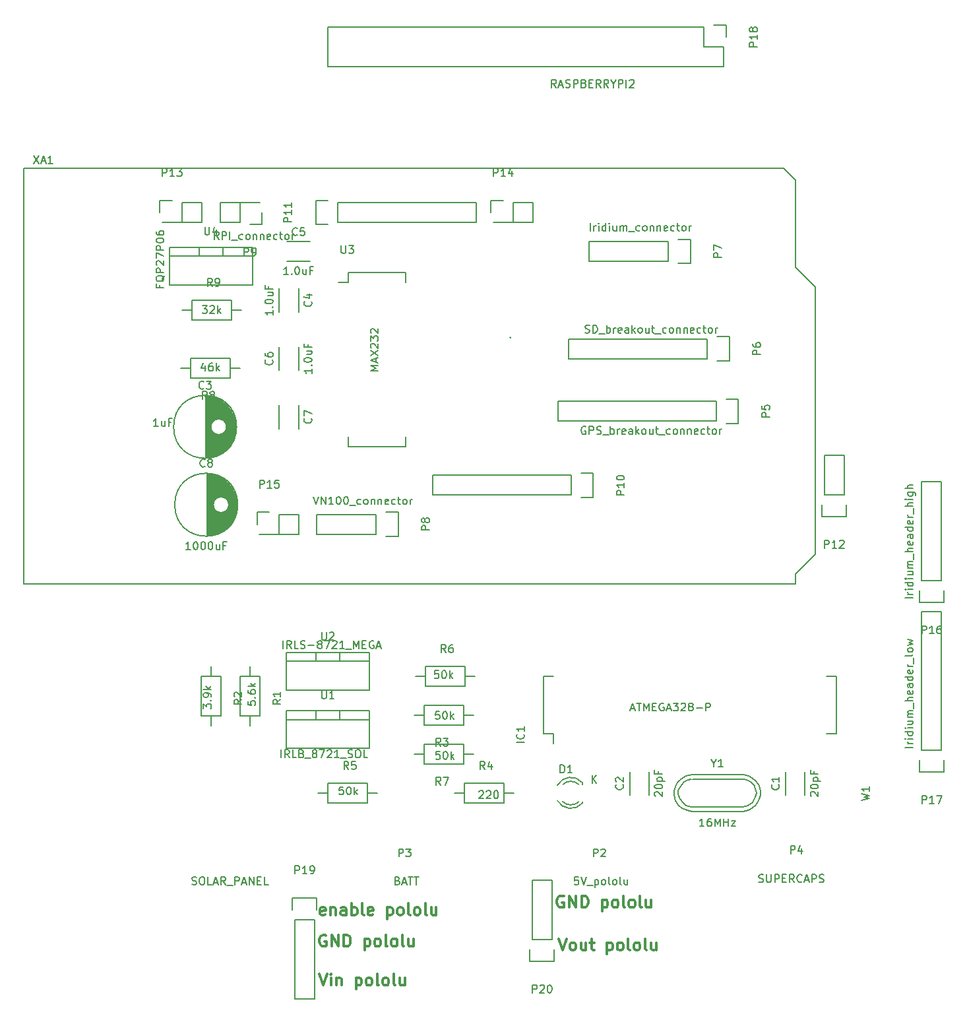
<source format=gto>
G04 #@! TF.FileFunction,Legend,Top*
%FSLAX46Y46*%
G04 Gerber Fmt 4.6, Leading zero omitted, Abs format (unit mm)*
G04 Created by KiCad (PCBNEW 4.0.2+dfsg1-stable) date ti. 30. juli 2019 kl. 18.04 +0200*
%MOMM*%
G01*
G04 APERTURE LIST*
%ADD10C,0.100000*%
%ADD11C,0.300000*%
%ADD12C,0.150000*%
G04 APERTURE END LIST*
D10*
D11*
X217785714Y-145250000D02*
X217642857Y-145178571D01*
X217428571Y-145178571D01*
X217214286Y-145250000D01*
X217071428Y-145392857D01*
X217000000Y-145535714D01*
X216928571Y-145821429D01*
X216928571Y-146035714D01*
X217000000Y-146321429D01*
X217071428Y-146464286D01*
X217214286Y-146607143D01*
X217428571Y-146678571D01*
X217571428Y-146678571D01*
X217785714Y-146607143D01*
X217857143Y-146535714D01*
X217857143Y-146035714D01*
X217571428Y-146035714D01*
X218500000Y-146678571D02*
X218500000Y-145178571D01*
X219357143Y-146678571D01*
X219357143Y-145178571D01*
X220071429Y-146678571D02*
X220071429Y-145178571D01*
X220428572Y-145178571D01*
X220642857Y-145250000D01*
X220785715Y-145392857D01*
X220857143Y-145535714D01*
X220928572Y-145821429D01*
X220928572Y-146035714D01*
X220857143Y-146321429D01*
X220785715Y-146464286D01*
X220642857Y-146607143D01*
X220428572Y-146678571D01*
X220071429Y-146678571D01*
X222714286Y-145678571D02*
X222714286Y-147178571D01*
X222714286Y-145750000D02*
X222857143Y-145678571D01*
X223142857Y-145678571D01*
X223285714Y-145750000D01*
X223357143Y-145821429D01*
X223428572Y-145964286D01*
X223428572Y-146392857D01*
X223357143Y-146535714D01*
X223285714Y-146607143D01*
X223142857Y-146678571D01*
X222857143Y-146678571D01*
X222714286Y-146607143D01*
X224285715Y-146678571D02*
X224142857Y-146607143D01*
X224071429Y-146535714D01*
X224000000Y-146392857D01*
X224000000Y-145964286D01*
X224071429Y-145821429D01*
X224142857Y-145750000D01*
X224285715Y-145678571D01*
X224500000Y-145678571D01*
X224642857Y-145750000D01*
X224714286Y-145821429D01*
X224785715Y-145964286D01*
X224785715Y-146392857D01*
X224714286Y-146535714D01*
X224642857Y-146607143D01*
X224500000Y-146678571D01*
X224285715Y-146678571D01*
X225642858Y-146678571D02*
X225500000Y-146607143D01*
X225428572Y-146464286D01*
X225428572Y-145178571D01*
X226428572Y-146678571D02*
X226285714Y-146607143D01*
X226214286Y-146535714D01*
X226142857Y-146392857D01*
X226142857Y-145964286D01*
X226214286Y-145821429D01*
X226285714Y-145750000D01*
X226428572Y-145678571D01*
X226642857Y-145678571D01*
X226785714Y-145750000D01*
X226857143Y-145821429D01*
X226928572Y-145964286D01*
X226928572Y-146392857D01*
X226857143Y-146535714D01*
X226785714Y-146607143D01*
X226642857Y-146678571D01*
X226428572Y-146678571D01*
X227785715Y-146678571D02*
X227642857Y-146607143D01*
X227571429Y-146464286D01*
X227571429Y-145178571D01*
X229000000Y-145678571D02*
X229000000Y-146678571D01*
X228357143Y-145678571D02*
X228357143Y-146464286D01*
X228428571Y-146607143D01*
X228571429Y-146678571D01*
X228785714Y-146678571D01*
X228928571Y-146607143D01*
X229000000Y-146535714D01*
X217142857Y-150678571D02*
X217642857Y-152178571D01*
X218142857Y-150678571D01*
X218857143Y-152178571D02*
X218714285Y-152107143D01*
X218642857Y-152035714D01*
X218571428Y-151892857D01*
X218571428Y-151464286D01*
X218642857Y-151321429D01*
X218714285Y-151250000D01*
X218857143Y-151178571D01*
X219071428Y-151178571D01*
X219214285Y-151250000D01*
X219285714Y-151321429D01*
X219357143Y-151464286D01*
X219357143Y-151892857D01*
X219285714Y-152035714D01*
X219214285Y-152107143D01*
X219071428Y-152178571D01*
X218857143Y-152178571D01*
X220642857Y-151178571D02*
X220642857Y-152178571D01*
X220000000Y-151178571D02*
X220000000Y-151964286D01*
X220071428Y-152107143D01*
X220214286Y-152178571D01*
X220428571Y-152178571D01*
X220571428Y-152107143D01*
X220642857Y-152035714D01*
X221142857Y-151178571D02*
X221714286Y-151178571D01*
X221357143Y-150678571D02*
X221357143Y-151964286D01*
X221428571Y-152107143D01*
X221571429Y-152178571D01*
X221714286Y-152178571D01*
X223357143Y-151178571D02*
X223357143Y-152678571D01*
X223357143Y-151250000D02*
X223500000Y-151178571D01*
X223785714Y-151178571D01*
X223928571Y-151250000D01*
X224000000Y-151321429D01*
X224071429Y-151464286D01*
X224071429Y-151892857D01*
X224000000Y-152035714D01*
X223928571Y-152107143D01*
X223785714Y-152178571D01*
X223500000Y-152178571D01*
X223357143Y-152107143D01*
X224928572Y-152178571D02*
X224785714Y-152107143D01*
X224714286Y-152035714D01*
X224642857Y-151892857D01*
X224642857Y-151464286D01*
X224714286Y-151321429D01*
X224785714Y-151250000D01*
X224928572Y-151178571D01*
X225142857Y-151178571D01*
X225285714Y-151250000D01*
X225357143Y-151321429D01*
X225428572Y-151464286D01*
X225428572Y-151892857D01*
X225357143Y-152035714D01*
X225285714Y-152107143D01*
X225142857Y-152178571D01*
X224928572Y-152178571D01*
X226285715Y-152178571D02*
X226142857Y-152107143D01*
X226071429Y-151964286D01*
X226071429Y-150678571D01*
X227071429Y-152178571D02*
X226928571Y-152107143D01*
X226857143Y-152035714D01*
X226785714Y-151892857D01*
X226785714Y-151464286D01*
X226857143Y-151321429D01*
X226928571Y-151250000D01*
X227071429Y-151178571D01*
X227285714Y-151178571D01*
X227428571Y-151250000D01*
X227500000Y-151321429D01*
X227571429Y-151464286D01*
X227571429Y-151892857D01*
X227500000Y-152035714D01*
X227428571Y-152107143D01*
X227285714Y-152178571D01*
X227071429Y-152178571D01*
X228428572Y-152178571D02*
X228285714Y-152107143D01*
X228214286Y-151964286D01*
X228214286Y-150678571D01*
X229642857Y-151178571D02*
X229642857Y-152178571D01*
X229000000Y-151178571D02*
X229000000Y-151964286D01*
X229071428Y-152107143D01*
X229214286Y-152178571D01*
X229428571Y-152178571D01*
X229571428Y-152107143D01*
X229642857Y-152035714D01*
X187142857Y-147607143D02*
X187000000Y-147678571D01*
X186714286Y-147678571D01*
X186571429Y-147607143D01*
X186500000Y-147464286D01*
X186500000Y-146892857D01*
X186571429Y-146750000D01*
X186714286Y-146678571D01*
X187000000Y-146678571D01*
X187142857Y-146750000D01*
X187214286Y-146892857D01*
X187214286Y-147035714D01*
X186500000Y-147178571D01*
X187857143Y-146678571D02*
X187857143Y-147678571D01*
X187857143Y-146821429D02*
X187928571Y-146750000D01*
X188071429Y-146678571D01*
X188285714Y-146678571D01*
X188428571Y-146750000D01*
X188500000Y-146892857D01*
X188500000Y-147678571D01*
X189857143Y-147678571D02*
X189857143Y-146892857D01*
X189785714Y-146750000D01*
X189642857Y-146678571D01*
X189357143Y-146678571D01*
X189214286Y-146750000D01*
X189857143Y-147607143D02*
X189714286Y-147678571D01*
X189357143Y-147678571D01*
X189214286Y-147607143D01*
X189142857Y-147464286D01*
X189142857Y-147321429D01*
X189214286Y-147178571D01*
X189357143Y-147107143D01*
X189714286Y-147107143D01*
X189857143Y-147035714D01*
X190571429Y-147678571D02*
X190571429Y-146178571D01*
X190571429Y-146750000D02*
X190714286Y-146678571D01*
X191000000Y-146678571D01*
X191142857Y-146750000D01*
X191214286Y-146821429D01*
X191285715Y-146964286D01*
X191285715Y-147392857D01*
X191214286Y-147535714D01*
X191142857Y-147607143D01*
X191000000Y-147678571D01*
X190714286Y-147678571D01*
X190571429Y-147607143D01*
X192142858Y-147678571D02*
X192000000Y-147607143D01*
X191928572Y-147464286D01*
X191928572Y-146178571D01*
X193285714Y-147607143D02*
X193142857Y-147678571D01*
X192857143Y-147678571D01*
X192714286Y-147607143D01*
X192642857Y-147464286D01*
X192642857Y-146892857D01*
X192714286Y-146750000D01*
X192857143Y-146678571D01*
X193142857Y-146678571D01*
X193285714Y-146750000D01*
X193357143Y-146892857D01*
X193357143Y-147035714D01*
X192642857Y-147178571D01*
X195142857Y-146678571D02*
X195142857Y-148178571D01*
X195142857Y-146750000D02*
X195285714Y-146678571D01*
X195571428Y-146678571D01*
X195714285Y-146750000D01*
X195785714Y-146821429D01*
X195857143Y-146964286D01*
X195857143Y-147392857D01*
X195785714Y-147535714D01*
X195714285Y-147607143D01*
X195571428Y-147678571D01*
X195285714Y-147678571D01*
X195142857Y-147607143D01*
X196714286Y-147678571D02*
X196571428Y-147607143D01*
X196500000Y-147535714D01*
X196428571Y-147392857D01*
X196428571Y-146964286D01*
X196500000Y-146821429D01*
X196571428Y-146750000D01*
X196714286Y-146678571D01*
X196928571Y-146678571D01*
X197071428Y-146750000D01*
X197142857Y-146821429D01*
X197214286Y-146964286D01*
X197214286Y-147392857D01*
X197142857Y-147535714D01*
X197071428Y-147607143D01*
X196928571Y-147678571D01*
X196714286Y-147678571D01*
X198071429Y-147678571D02*
X197928571Y-147607143D01*
X197857143Y-147464286D01*
X197857143Y-146178571D01*
X198857143Y-147678571D02*
X198714285Y-147607143D01*
X198642857Y-147535714D01*
X198571428Y-147392857D01*
X198571428Y-146964286D01*
X198642857Y-146821429D01*
X198714285Y-146750000D01*
X198857143Y-146678571D01*
X199071428Y-146678571D01*
X199214285Y-146750000D01*
X199285714Y-146821429D01*
X199357143Y-146964286D01*
X199357143Y-147392857D01*
X199285714Y-147535714D01*
X199214285Y-147607143D01*
X199071428Y-147678571D01*
X198857143Y-147678571D01*
X200214286Y-147678571D02*
X200071428Y-147607143D01*
X200000000Y-147464286D01*
X200000000Y-146178571D01*
X201428571Y-146678571D02*
X201428571Y-147678571D01*
X200785714Y-146678571D02*
X200785714Y-147464286D01*
X200857142Y-147607143D01*
X201000000Y-147678571D01*
X201214285Y-147678571D01*
X201357142Y-147607143D01*
X201428571Y-147535714D01*
X187285714Y-150250000D02*
X187142857Y-150178571D01*
X186928571Y-150178571D01*
X186714286Y-150250000D01*
X186571428Y-150392857D01*
X186500000Y-150535714D01*
X186428571Y-150821429D01*
X186428571Y-151035714D01*
X186500000Y-151321429D01*
X186571428Y-151464286D01*
X186714286Y-151607143D01*
X186928571Y-151678571D01*
X187071428Y-151678571D01*
X187285714Y-151607143D01*
X187357143Y-151535714D01*
X187357143Y-151035714D01*
X187071428Y-151035714D01*
X188000000Y-151678571D02*
X188000000Y-150178571D01*
X188857143Y-151678571D01*
X188857143Y-150178571D01*
X189571429Y-151678571D02*
X189571429Y-150178571D01*
X189928572Y-150178571D01*
X190142857Y-150250000D01*
X190285715Y-150392857D01*
X190357143Y-150535714D01*
X190428572Y-150821429D01*
X190428572Y-151035714D01*
X190357143Y-151321429D01*
X190285715Y-151464286D01*
X190142857Y-151607143D01*
X189928572Y-151678571D01*
X189571429Y-151678571D01*
X192214286Y-150678571D02*
X192214286Y-152178571D01*
X192214286Y-150750000D02*
X192357143Y-150678571D01*
X192642857Y-150678571D01*
X192785714Y-150750000D01*
X192857143Y-150821429D01*
X192928572Y-150964286D01*
X192928572Y-151392857D01*
X192857143Y-151535714D01*
X192785714Y-151607143D01*
X192642857Y-151678571D01*
X192357143Y-151678571D01*
X192214286Y-151607143D01*
X193785715Y-151678571D02*
X193642857Y-151607143D01*
X193571429Y-151535714D01*
X193500000Y-151392857D01*
X193500000Y-150964286D01*
X193571429Y-150821429D01*
X193642857Y-150750000D01*
X193785715Y-150678571D01*
X194000000Y-150678571D01*
X194142857Y-150750000D01*
X194214286Y-150821429D01*
X194285715Y-150964286D01*
X194285715Y-151392857D01*
X194214286Y-151535714D01*
X194142857Y-151607143D01*
X194000000Y-151678571D01*
X193785715Y-151678571D01*
X195142858Y-151678571D02*
X195000000Y-151607143D01*
X194928572Y-151464286D01*
X194928572Y-150178571D01*
X195928572Y-151678571D02*
X195785714Y-151607143D01*
X195714286Y-151535714D01*
X195642857Y-151392857D01*
X195642857Y-150964286D01*
X195714286Y-150821429D01*
X195785714Y-150750000D01*
X195928572Y-150678571D01*
X196142857Y-150678571D01*
X196285714Y-150750000D01*
X196357143Y-150821429D01*
X196428572Y-150964286D01*
X196428572Y-151392857D01*
X196357143Y-151535714D01*
X196285714Y-151607143D01*
X196142857Y-151678571D01*
X195928572Y-151678571D01*
X197285715Y-151678571D02*
X197142857Y-151607143D01*
X197071429Y-151464286D01*
X197071429Y-150178571D01*
X198500000Y-150678571D02*
X198500000Y-151678571D01*
X197857143Y-150678571D02*
X197857143Y-151464286D01*
X197928571Y-151607143D01*
X198071429Y-151678571D01*
X198285714Y-151678571D01*
X198428571Y-151607143D01*
X198500000Y-151535714D01*
X186392857Y-155178571D02*
X186892857Y-156678571D01*
X187392857Y-155178571D01*
X187892857Y-156678571D02*
X187892857Y-155678571D01*
X187892857Y-155178571D02*
X187821428Y-155250000D01*
X187892857Y-155321429D01*
X187964285Y-155250000D01*
X187892857Y-155178571D01*
X187892857Y-155321429D01*
X188607143Y-155678571D02*
X188607143Y-156678571D01*
X188607143Y-155821429D02*
X188678571Y-155750000D01*
X188821429Y-155678571D01*
X189035714Y-155678571D01*
X189178571Y-155750000D01*
X189250000Y-155892857D01*
X189250000Y-156678571D01*
X191107143Y-155678571D02*
X191107143Y-157178571D01*
X191107143Y-155750000D02*
X191250000Y-155678571D01*
X191535714Y-155678571D01*
X191678571Y-155750000D01*
X191750000Y-155821429D01*
X191821429Y-155964286D01*
X191821429Y-156392857D01*
X191750000Y-156535714D01*
X191678571Y-156607143D01*
X191535714Y-156678571D01*
X191250000Y-156678571D01*
X191107143Y-156607143D01*
X192678572Y-156678571D02*
X192535714Y-156607143D01*
X192464286Y-156535714D01*
X192392857Y-156392857D01*
X192392857Y-155964286D01*
X192464286Y-155821429D01*
X192535714Y-155750000D01*
X192678572Y-155678571D01*
X192892857Y-155678571D01*
X193035714Y-155750000D01*
X193107143Y-155821429D01*
X193178572Y-155964286D01*
X193178572Y-156392857D01*
X193107143Y-156535714D01*
X193035714Y-156607143D01*
X192892857Y-156678571D01*
X192678572Y-156678571D01*
X194035715Y-156678571D02*
X193892857Y-156607143D01*
X193821429Y-156464286D01*
X193821429Y-155178571D01*
X194821429Y-156678571D02*
X194678571Y-156607143D01*
X194607143Y-156535714D01*
X194535714Y-156392857D01*
X194535714Y-155964286D01*
X194607143Y-155821429D01*
X194678571Y-155750000D01*
X194821429Y-155678571D01*
X195035714Y-155678571D01*
X195178571Y-155750000D01*
X195250000Y-155821429D01*
X195321429Y-155964286D01*
X195321429Y-156392857D01*
X195250000Y-156535714D01*
X195178571Y-156607143D01*
X195035714Y-156678571D01*
X194821429Y-156678571D01*
X196178572Y-156678571D02*
X196035714Y-156607143D01*
X195964286Y-156464286D01*
X195964286Y-155178571D01*
X197392857Y-155678571D02*
X197392857Y-156678571D01*
X196750000Y-155678571D02*
X196750000Y-156464286D01*
X196821428Y-156607143D01*
X196964286Y-156678571D01*
X197178571Y-156678571D01*
X197321428Y-156607143D01*
X197392857Y-156535714D01*
D12*
X148460000Y-51780000D02*
X148460000Y-105120000D01*
X247520000Y-64480000D02*
X247520000Y-53304000D01*
X250060000Y-67020000D02*
X247520000Y-64480000D01*
X250060000Y-101310000D02*
X250060000Y-67020000D01*
X247520000Y-103850000D02*
X250060000Y-101310000D01*
X247520000Y-105120000D02*
X247520000Y-103850000D01*
X245996000Y-51780000D02*
X247520000Y-53304000D01*
X148460000Y-105120000D02*
X247520000Y-105120000D01*
X148460000Y-51780000D02*
X245996000Y-51780000D01*
X246250000Y-132250000D02*
X246250000Y-129250000D01*
X248750000Y-129250000D02*
X248750000Y-132250000D01*
X226250000Y-132250000D02*
X226250000Y-129250000D01*
X228750000Y-129250000D02*
X228750000Y-132250000D01*
X171825000Y-81001000D02*
X171825000Y-88999000D01*
X171965000Y-81006000D02*
X171965000Y-88994000D01*
X172105000Y-81016000D02*
X172105000Y-88984000D01*
X172245000Y-81031000D02*
X172245000Y-88969000D01*
X172385000Y-81051000D02*
X172385000Y-88949000D01*
X172525000Y-81076000D02*
X172525000Y-84778000D01*
X172525000Y-85222000D02*
X172525000Y-88924000D01*
X172665000Y-81106000D02*
X172665000Y-84450000D01*
X172665000Y-85550000D02*
X172665000Y-88894000D01*
X172805000Y-81142000D02*
X172805000Y-84281000D01*
X172805000Y-85719000D02*
X172805000Y-88858000D01*
X172945000Y-81183000D02*
X172945000Y-84168000D01*
X172945000Y-85832000D02*
X172945000Y-88817000D01*
X173085000Y-81229000D02*
X173085000Y-84090000D01*
X173085000Y-85910000D02*
X173085000Y-88771000D01*
X173225000Y-81282000D02*
X173225000Y-84039000D01*
X173225000Y-85961000D02*
X173225000Y-88718000D01*
X173365000Y-81341000D02*
X173365000Y-84009000D01*
X173365000Y-85991000D02*
X173365000Y-88659000D01*
X173505000Y-81406000D02*
X173505000Y-84000000D01*
X173505000Y-86000000D02*
X173505000Y-88594000D01*
X173645000Y-81477000D02*
X173645000Y-84011000D01*
X173645000Y-85989000D02*
X173645000Y-88523000D01*
X173785000Y-81556000D02*
X173785000Y-84041000D01*
X173785000Y-85959000D02*
X173785000Y-88444000D01*
X173925000Y-81643000D02*
X173925000Y-84095000D01*
X173925000Y-85905000D02*
X173925000Y-88357000D01*
X174065000Y-81738000D02*
X174065000Y-84175000D01*
X174065000Y-85825000D02*
X174065000Y-88262000D01*
X174205000Y-81842000D02*
X174205000Y-84291000D01*
X174205000Y-85709000D02*
X174205000Y-88158000D01*
X174345000Y-81956000D02*
X174345000Y-84465000D01*
X174345000Y-85535000D02*
X174345000Y-88044000D01*
X174485000Y-82081000D02*
X174485000Y-84827000D01*
X174485000Y-85173000D02*
X174485000Y-87919000D01*
X174625000Y-82219000D02*
X174625000Y-87781000D01*
X174765000Y-82371000D02*
X174765000Y-87629000D01*
X174905000Y-82541000D02*
X174905000Y-87459000D01*
X175045000Y-82732000D02*
X175045000Y-87268000D01*
X175185000Y-82950000D02*
X175185000Y-87050000D01*
X175325000Y-83206000D02*
X175325000Y-86794000D01*
X175465000Y-83517000D02*
X175465000Y-86483000D01*
X175605000Y-83933000D02*
X175605000Y-86067000D01*
X175745000Y-84800000D02*
X175745000Y-85200000D01*
X174500000Y-85000000D02*
G75*
G03X174500000Y-85000000I-1000000J0D01*
G01*
X175787500Y-85000000D02*
G75*
G03X175787500Y-85000000I-4037500J0D01*
G01*
X183750000Y-67250000D02*
X183750000Y-70250000D01*
X181250000Y-70250000D02*
X181250000Y-67250000D01*
X182250000Y-61250000D02*
X185250000Y-61250000D01*
X185250000Y-63750000D02*
X182250000Y-63750000D01*
X181250000Y-77750000D02*
X181250000Y-74750000D01*
X183750000Y-74750000D02*
X183750000Y-77750000D01*
X183750000Y-82250000D02*
X183750000Y-85250000D01*
X181250000Y-85250000D02*
X181250000Y-82250000D01*
X171975000Y-91001000D02*
X171975000Y-98999000D01*
X172115000Y-91006000D02*
X172115000Y-98994000D01*
X172255000Y-91016000D02*
X172255000Y-98984000D01*
X172395000Y-91031000D02*
X172395000Y-98969000D01*
X172535000Y-91051000D02*
X172535000Y-98949000D01*
X172675000Y-91076000D02*
X172675000Y-98924000D01*
X172815000Y-91106000D02*
X172815000Y-94827000D01*
X172815000Y-95173000D02*
X172815000Y-98894000D01*
X172955000Y-91142000D02*
X172955000Y-94465000D01*
X172955000Y-95535000D02*
X172955000Y-98858000D01*
X173095000Y-91183000D02*
X173095000Y-94291000D01*
X173095000Y-95709000D02*
X173095000Y-98817000D01*
X173235000Y-91229000D02*
X173235000Y-94175000D01*
X173235000Y-95825000D02*
X173235000Y-98771000D01*
X173375000Y-91282000D02*
X173375000Y-94095000D01*
X173375000Y-95905000D02*
X173375000Y-98718000D01*
X173515000Y-91341000D02*
X173515000Y-94041000D01*
X173515000Y-95959000D02*
X173515000Y-98659000D01*
X173655000Y-91406000D02*
X173655000Y-94011000D01*
X173655000Y-95989000D02*
X173655000Y-98594000D01*
X173795000Y-91477000D02*
X173795000Y-94000000D01*
X173795000Y-96000000D02*
X173795000Y-98523000D01*
X173935000Y-91556000D02*
X173935000Y-94009000D01*
X173935000Y-95991000D02*
X173935000Y-98444000D01*
X174075000Y-91643000D02*
X174075000Y-94039000D01*
X174075000Y-95961000D02*
X174075000Y-98357000D01*
X174215000Y-91738000D02*
X174215000Y-94090000D01*
X174215000Y-95910000D02*
X174215000Y-98262000D01*
X174355000Y-91842000D02*
X174355000Y-94168000D01*
X174355000Y-95832000D02*
X174355000Y-98158000D01*
X174495000Y-91956000D02*
X174495000Y-94281000D01*
X174495000Y-95719000D02*
X174495000Y-98044000D01*
X174635000Y-92081000D02*
X174635000Y-94450000D01*
X174635000Y-95550000D02*
X174635000Y-97919000D01*
X174775000Y-92219000D02*
X174775000Y-94778000D01*
X174775000Y-95222000D02*
X174775000Y-97781000D01*
X174915000Y-92371000D02*
X174915000Y-97629000D01*
X175055000Y-92541000D02*
X175055000Y-97459000D01*
X175195000Y-92732000D02*
X175195000Y-97268000D01*
X175335000Y-92950000D02*
X175335000Y-97050000D01*
X175475000Y-93206000D02*
X175475000Y-96794000D01*
X175615000Y-93517000D02*
X175615000Y-96483000D01*
X175755000Y-93933000D02*
X175755000Y-96067000D01*
X175895000Y-94800000D02*
X175895000Y-95200000D01*
X174800000Y-95000000D02*
G75*
G03X174800000Y-95000000I-1000000J0D01*
G01*
X175937500Y-95000000D02*
G75*
G03X175937500Y-95000000I-4037500J0D01*
G01*
X220199000Y-130686000D02*
X220199000Y-130886000D01*
X220199000Y-133280000D02*
X220199000Y-133100000D01*
X216971256Y-132969643D02*
G75*
G03X220199000Y-133286000I1727744J1003643D01*
G01*
X217646994Y-133099068D02*
G75*
G03X219750000Y-133100000I1052006J1133068D01*
G01*
X220186220Y-130659274D02*
G75*
G03X216949000Y-131006000I-1497220J-1306726D01*
G01*
X219712889Y-130886747D02*
G75*
G03X217665000Y-130906000I-1013889J-1079253D01*
G01*
X215205000Y-124365000D02*
X216475000Y-124365000D01*
X215205000Y-117015000D02*
X216475000Y-117015000D01*
X252815000Y-117015000D02*
X251545000Y-117015000D01*
X252815000Y-124365000D02*
X251545000Y-124365000D01*
X215205000Y-124365000D02*
X215205000Y-117015000D01*
X252815000Y-124365000D02*
X252815000Y-117015000D01*
X216475000Y-124365000D02*
X216475000Y-125650000D01*
X237390000Y-84270000D02*
X217070000Y-84270000D01*
X217070000Y-84270000D02*
X217070000Y-81730000D01*
X217070000Y-81730000D02*
X237390000Y-81730000D01*
X240210000Y-84550000D02*
X238660000Y-84550000D01*
X237390000Y-84270000D02*
X237390000Y-81730000D01*
X238660000Y-81450000D02*
X240210000Y-81450000D01*
X240210000Y-81450000D02*
X240210000Y-84550000D01*
X236230000Y-76270000D02*
X218450000Y-76270000D01*
X218450000Y-76270000D02*
X218450000Y-73730000D01*
X218450000Y-73730000D02*
X236230000Y-73730000D01*
X239050000Y-76550000D02*
X237500000Y-76550000D01*
X236230000Y-76270000D02*
X236230000Y-73730000D01*
X237500000Y-73450000D02*
X239050000Y-73450000D01*
X239050000Y-73450000D02*
X239050000Y-76550000D01*
X232500000Y-60950000D02*
X234050000Y-60950000D01*
X234050000Y-60950000D02*
X234050000Y-64050000D01*
X234050000Y-64050000D02*
X232500000Y-64050000D01*
X231230000Y-63770000D02*
X221070000Y-63770000D01*
X221070000Y-63770000D02*
X221070000Y-61230000D01*
X221070000Y-61230000D02*
X231230000Y-61230000D01*
X231230000Y-63770000D02*
X231230000Y-61230000D01*
X193730000Y-96230000D02*
X186110000Y-96230000D01*
X193730000Y-98770000D02*
X186110000Y-98770000D01*
X196550000Y-99050000D02*
X195000000Y-99050000D01*
X186110000Y-96230000D02*
X186110000Y-98770000D01*
X193730000Y-98770000D02*
X193730000Y-96230000D01*
X195000000Y-95950000D02*
X196550000Y-95950000D01*
X196550000Y-95950000D02*
X196550000Y-99050000D01*
X179050000Y-57500000D02*
X179050000Y-59050000D01*
X177500000Y-59050000D02*
X179050000Y-59050000D01*
X178770000Y-56230000D02*
X176230000Y-56230000D01*
X173690000Y-58770000D02*
X176230000Y-58770000D01*
X176230000Y-58770000D02*
X176230000Y-56230000D01*
X176230000Y-56230000D02*
X173690000Y-56230000D01*
X173690000Y-56230000D02*
X173690000Y-58770000D01*
X218730000Y-93770000D02*
X200950000Y-93770000D01*
X200950000Y-93770000D02*
X200950000Y-91230000D01*
X200950000Y-91230000D02*
X218730000Y-91230000D01*
X221550000Y-94050000D02*
X220000000Y-94050000D01*
X218730000Y-93770000D02*
X218730000Y-91230000D01*
X220000000Y-90950000D02*
X221550000Y-90950000D01*
X221550000Y-90950000D02*
X221550000Y-94050000D01*
X188770000Y-56230000D02*
X206550000Y-56230000D01*
X206550000Y-56230000D02*
X206550000Y-58770000D01*
X206550000Y-58770000D02*
X188770000Y-58770000D01*
X185950000Y-55950000D02*
X187500000Y-55950000D01*
X188770000Y-56230000D02*
X188770000Y-58770000D01*
X187500000Y-59050000D02*
X185950000Y-59050000D01*
X185950000Y-59050000D02*
X185950000Y-55950000D01*
X253770000Y-93730000D02*
X253770000Y-88650000D01*
X253770000Y-88650000D02*
X251230000Y-88650000D01*
X251230000Y-88650000D02*
X251230000Y-93730000D01*
X250950000Y-96550000D02*
X250950000Y-95000000D01*
X251230000Y-93730000D02*
X253770000Y-93730000D01*
X254050000Y-95000000D02*
X254050000Y-96550000D01*
X254050000Y-96550000D02*
X250950000Y-96550000D01*
X165950000Y-57500000D02*
X165950000Y-55950000D01*
X167500000Y-55950000D02*
X165950000Y-55950000D01*
X166230000Y-58770000D02*
X168770000Y-58770000D01*
X171310000Y-56230000D02*
X168770000Y-56230000D01*
X168770000Y-56230000D02*
X168770000Y-58770000D01*
X168770000Y-58770000D02*
X171310000Y-58770000D01*
X171310000Y-58770000D02*
X171310000Y-56230000D01*
X208450000Y-57500000D02*
X208450000Y-55950000D01*
X210000000Y-55950000D02*
X208450000Y-55950000D01*
X208730000Y-58770000D02*
X211270000Y-58770000D01*
X213810000Y-56230000D02*
X211270000Y-56230000D01*
X211270000Y-56230000D02*
X211270000Y-58770000D01*
X211270000Y-58770000D02*
X213810000Y-58770000D01*
X213810000Y-58770000D02*
X213810000Y-56230000D01*
X178450000Y-97500000D02*
X178450000Y-95950000D01*
X180000000Y-95950000D02*
X178450000Y-95950000D01*
X178730000Y-98770000D02*
X181270000Y-98770000D01*
X183810000Y-96230000D02*
X181270000Y-96230000D01*
X181270000Y-96230000D02*
X181270000Y-98770000D01*
X181270000Y-98770000D02*
X183810000Y-98770000D01*
X183810000Y-98770000D02*
X183810000Y-96230000D01*
X178770000Y-117040000D02*
X178770000Y-122120000D01*
X178770000Y-122120000D02*
X176230000Y-122120000D01*
X176230000Y-122120000D02*
X176230000Y-117040000D01*
X176230000Y-117040000D02*
X178770000Y-117040000D01*
X177500000Y-117040000D02*
X177500000Y-115770000D01*
X177500000Y-122120000D02*
X177500000Y-123390000D01*
X173770000Y-117040000D02*
X173770000Y-122120000D01*
X173770000Y-122120000D02*
X171230000Y-122120000D01*
X171230000Y-122120000D02*
X171230000Y-117040000D01*
X171230000Y-117040000D02*
X173770000Y-117040000D01*
X172500000Y-117040000D02*
X172500000Y-115770000D01*
X172500000Y-122120000D02*
X172500000Y-123390000D01*
X204960000Y-123270000D02*
X199880000Y-123270000D01*
X199880000Y-123270000D02*
X199880000Y-120730000D01*
X199880000Y-120730000D02*
X204960000Y-120730000D01*
X204960000Y-120730000D02*
X204960000Y-123270000D01*
X204960000Y-122000000D02*
X206230000Y-122000000D01*
X199880000Y-122000000D02*
X198610000Y-122000000D01*
X205040000Y-130730000D02*
X210120000Y-130730000D01*
X210120000Y-130730000D02*
X210120000Y-133270000D01*
X210120000Y-133270000D02*
X205040000Y-133270000D01*
X205040000Y-133270000D02*
X205040000Y-130730000D01*
X205040000Y-132000000D02*
X203770000Y-132000000D01*
X210120000Y-132000000D02*
X211390000Y-132000000D01*
X187540000Y-130730000D02*
X192620000Y-130730000D01*
X192620000Y-130730000D02*
X192620000Y-133270000D01*
X192620000Y-133270000D02*
X187540000Y-133270000D01*
X187540000Y-133270000D02*
X187540000Y-130730000D01*
X187540000Y-132000000D02*
X186270000Y-132000000D01*
X192620000Y-132000000D02*
X193890000Y-132000000D01*
X200040000Y-115730000D02*
X205120000Y-115730000D01*
X205120000Y-115730000D02*
X205120000Y-118270000D01*
X205120000Y-118270000D02*
X200040000Y-118270000D01*
X200040000Y-118270000D02*
X200040000Y-115730000D01*
X200040000Y-117000000D02*
X198770000Y-117000000D01*
X205120000Y-117000000D02*
X206390000Y-117000000D01*
X204960000Y-128270000D02*
X199880000Y-128270000D01*
X199880000Y-128270000D02*
X199880000Y-125730000D01*
X199880000Y-125730000D02*
X204960000Y-125730000D01*
X204960000Y-125730000D02*
X204960000Y-128270000D01*
X204960000Y-127000000D02*
X206230000Y-127000000D01*
X199880000Y-127000000D02*
X198610000Y-127000000D01*
X174960000Y-78770000D02*
X169880000Y-78770000D01*
X169880000Y-78770000D02*
X169880000Y-76230000D01*
X169880000Y-76230000D02*
X174960000Y-76230000D01*
X174960000Y-76230000D02*
X174960000Y-78770000D01*
X174960000Y-77500000D02*
X176230000Y-77500000D01*
X169880000Y-77500000D02*
X168610000Y-77500000D01*
X170040000Y-68730000D02*
X175120000Y-68730000D01*
X175120000Y-68730000D02*
X175120000Y-71270000D01*
X175120000Y-71270000D02*
X170040000Y-71270000D01*
X170040000Y-71270000D02*
X170040000Y-68730000D01*
X170040000Y-70000000D02*
X168770000Y-70000000D01*
X175120000Y-70000000D02*
X176390000Y-70000000D01*
X185976000Y-121452000D02*
X185976000Y-122595000D01*
X189024000Y-121452000D02*
X189024000Y-122595000D01*
X192834000Y-122595000D02*
X192834000Y-126278000D01*
X192834000Y-126278000D02*
X182166000Y-126278000D01*
X182166000Y-126278000D02*
X182166000Y-122595000D01*
X192834000Y-121452000D02*
X192834000Y-122595000D01*
X192834000Y-122595000D02*
X182166000Y-122595000D01*
X182166000Y-122595000D02*
X182166000Y-121452000D01*
X187500000Y-121452000D02*
X182166000Y-121452000D01*
X187500000Y-121452000D02*
X192834000Y-121452000D01*
X185976000Y-113952000D02*
X185976000Y-115095000D01*
X189024000Y-113952000D02*
X189024000Y-115095000D01*
X192834000Y-115095000D02*
X192834000Y-118778000D01*
X192834000Y-118778000D02*
X182166000Y-118778000D01*
X182166000Y-118778000D02*
X182166000Y-115095000D01*
X192834000Y-113952000D02*
X192834000Y-115095000D01*
X192834000Y-115095000D02*
X182166000Y-115095000D01*
X182166000Y-115095000D02*
X182166000Y-113952000D01*
X187500000Y-113952000D02*
X182166000Y-113952000D01*
X187500000Y-113952000D02*
X192834000Y-113952000D01*
X190135000Y-65205000D02*
X190135000Y-66475000D01*
X197485000Y-65205000D02*
X197485000Y-66475000D01*
X197485000Y-87575000D02*
X197485000Y-86305000D01*
X190135000Y-87575000D02*
X190135000Y-86305000D01*
X190135000Y-65205000D02*
X197485000Y-65205000D01*
X190135000Y-87575000D02*
X197485000Y-87575000D01*
X190135000Y-66475000D02*
X188850000Y-66475000D01*
X170976000Y-61952000D02*
X170976000Y-63095000D01*
X174024000Y-61952000D02*
X174024000Y-63095000D01*
X177834000Y-63095000D02*
X177834000Y-66778000D01*
X177834000Y-66778000D02*
X167166000Y-66778000D01*
X167166000Y-66778000D02*
X167166000Y-63095000D01*
X177834000Y-61952000D02*
X177834000Y-63095000D01*
X177834000Y-63095000D02*
X167166000Y-63095000D01*
X167166000Y-63095000D02*
X167166000Y-61952000D01*
X172500000Y-61952000D02*
X167166000Y-61952000D01*
X172500000Y-61952000D02*
X177834000Y-61952000D01*
X242199000Y-130999240D02*
X242399660Y-131400560D01*
X242399660Y-131400560D02*
X242501260Y-132000000D01*
X242501260Y-132000000D02*
X242399660Y-132500380D01*
X242399660Y-132500380D02*
X242000880Y-133198880D01*
X242000880Y-133198880D02*
X241398900Y-133600200D01*
X241398900Y-133600200D02*
X240799460Y-133800860D01*
X240799460Y-133800860D02*
X234200540Y-133800860D01*
X234200540Y-133800860D02*
X233499500Y-133600200D01*
X233499500Y-133600200D02*
X233100720Y-133300480D01*
X233100720Y-133300480D02*
X232699400Y-132800100D01*
X232699400Y-132800100D02*
X232498740Y-132200660D01*
X232498740Y-132200660D02*
X232498740Y-131700280D01*
X232498740Y-131700280D02*
X232699400Y-131199900D01*
X232699400Y-131199900D02*
X233199780Y-130600460D01*
X233199780Y-130600460D02*
X233700160Y-130300740D01*
X233700160Y-130300740D02*
X234200540Y-130199140D01*
X234299600Y-130199140D02*
X240901060Y-130199140D01*
X240901060Y-130199140D02*
X241299840Y-130300740D01*
X241299840Y-130300740D02*
X241800220Y-130600460D01*
X241800220Y-130600460D02*
X242300600Y-131100840D01*
X234309760Y-129670820D02*
X233850020Y-129719080D01*
X233850020Y-129719080D02*
X233451240Y-129830840D01*
X233451240Y-129830840D02*
X233019440Y-130049280D01*
X233019440Y-130049280D02*
X232729880Y-130280420D01*
X232729880Y-130280420D02*
X232399680Y-130630940D01*
X232399680Y-130630940D02*
X232110120Y-131169420D01*
X232110120Y-131169420D02*
X231980580Y-131768860D01*
X231980580Y-131768860D02*
X231980580Y-132279400D01*
X231980580Y-132279400D02*
X232150760Y-132980440D01*
X232150760Y-132980440D02*
X232549540Y-133569720D01*
X232549540Y-133569720D02*
X233009280Y-133940560D01*
X233009280Y-133940560D02*
X233430920Y-134148840D01*
X233430920Y-134148840D02*
X233880500Y-134308860D01*
X233880500Y-134308860D02*
X234319920Y-134339340D01*
X241660520Y-134120900D02*
X242038980Y-133899920D01*
X242038980Y-133899920D02*
X242359020Y-133620520D01*
X242359020Y-133620520D02*
X242610480Y-133290320D01*
X242610480Y-133290320D02*
X242910200Y-132739140D01*
X242910200Y-132739140D02*
X243019420Y-132269240D01*
X243019420Y-132269240D02*
X243039740Y-131809500D01*
X243039740Y-131809500D02*
X242950840Y-131349760D01*
X242950840Y-131349760D02*
X242760340Y-130900180D01*
X242760340Y-130900180D02*
X242399660Y-130430280D01*
X242399660Y-130430280D02*
X242049140Y-130110240D01*
X242049140Y-130110240D02*
X241660520Y-129879100D01*
X241660520Y-129879100D02*
X241231260Y-129739400D01*
X241231260Y-129739400D02*
X240789300Y-129670820D01*
X234299600Y-134329180D02*
X240751200Y-134329180D01*
X240751200Y-134329180D02*
X241170300Y-134291080D01*
X241170300Y-134291080D02*
X241660520Y-134120900D01*
X234299600Y-129670820D02*
X240751200Y-129670820D01*
X263730000Y-104730000D02*
X263730000Y-92030000D01*
X263730000Y-92030000D02*
X266270000Y-92030000D01*
X266270000Y-92030000D02*
X266270000Y-104730000D01*
X263450000Y-107550000D02*
X263450000Y-106000000D01*
X263730000Y-104730000D02*
X266270000Y-104730000D01*
X266550000Y-106000000D02*
X266550000Y-107550000D01*
X266550000Y-107550000D02*
X263450000Y-107550000D01*
X263730000Y-126510000D02*
X263730000Y-108730000D01*
X263730000Y-108730000D02*
X266270000Y-108730000D01*
X266270000Y-108730000D02*
X266270000Y-126510000D01*
X263450000Y-129330000D02*
X263450000Y-127780000D01*
X263730000Y-126510000D02*
X266270000Y-126510000D01*
X266550000Y-127780000D02*
X266550000Y-129330000D01*
X266550000Y-129330000D02*
X263450000Y-129330000D01*
X187550000Y-38810000D02*
X238350000Y-38810000D01*
X235810000Y-33730000D02*
X187550000Y-33730000D01*
X187550000Y-38810000D02*
X187550000Y-33730000D01*
X238350000Y-38810000D02*
X238350000Y-36270000D01*
X238630000Y-35000000D02*
X238630000Y-33450000D01*
X238350000Y-36270000D02*
X235810000Y-36270000D01*
X235810000Y-36270000D02*
X235810000Y-33730000D01*
X238630000Y-33450000D02*
X237080000Y-33450000D01*
X182970000Y-147000000D02*
X182970000Y-145450000D01*
X182970000Y-145450000D02*
X186070000Y-145450000D01*
X186070000Y-145450000D02*
X186070000Y-147000000D01*
X185790000Y-148270000D02*
X185790000Y-158430000D01*
X185790000Y-158430000D02*
X183250000Y-158430000D01*
X183250000Y-158430000D02*
X183250000Y-148270000D01*
X185790000Y-148270000D02*
X183250000Y-148270000D01*
X216270000Y-150810000D02*
X216270000Y-143190000D01*
X213730000Y-150810000D02*
X213730000Y-143190000D01*
X213450000Y-153630000D02*
X213450000Y-152080000D01*
X216270000Y-143190000D02*
X213730000Y-143190000D01*
X213730000Y-150810000D02*
X216270000Y-150810000D01*
X216550000Y-152080000D02*
X216550000Y-153630000D01*
X216550000Y-153630000D02*
X213450000Y-153630000D01*
X149761905Y-50216381D02*
X150428572Y-51216381D01*
X150428572Y-50216381D02*
X149761905Y-51216381D01*
X150761905Y-50930667D02*
X151238096Y-50930667D01*
X150666667Y-51216381D02*
X151000000Y-50216381D01*
X151333334Y-51216381D01*
X152190477Y-51216381D02*
X151619048Y-51216381D01*
X151904762Y-51216381D02*
X151904762Y-50216381D01*
X151809524Y-50359238D01*
X151714286Y-50454476D01*
X151619048Y-50502095D01*
X210944000Y-73473143D02*
X210991619Y-73520762D01*
X210944000Y-73568381D01*
X210896381Y-73520762D01*
X210944000Y-73473143D01*
X210944000Y-73568381D01*
X245357143Y-130916666D02*
X245404762Y-130964285D01*
X245452381Y-131107142D01*
X245452381Y-131202380D01*
X245404762Y-131345238D01*
X245309524Y-131440476D01*
X245214286Y-131488095D01*
X245023810Y-131535714D01*
X244880952Y-131535714D01*
X244690476Y-131488095D01*
X244595238Y-131440476D01*
X244500000Y-131345238D01*
X244452381Y-131202380D01*
X244452381Y-131107142D01*
X244500000Y-130964285D01*
X244547619Y-130916666D01*
X245452381Y-129964285D02*
X245452381Y-130535714D01*
X245452381Y-130250000D02*
X244452381Y-130250000D01*
X244595238Y-130345238D01*
X244690476Y-130440476D01*
X244738095Y-130535714D01*
X249547619Y-132392857D02*
X249500000Y-132345238D01*
X249452381Y-132250000D01*
X249452381Y-132011904D01*
X249500000Y-131916666D01*
X249547619Y-131869047D01*
X249642857Y-131821428D01*
X249738095Y-131821428D01*
X249880952Y-131869047D01*
X250452381Y-132440476D01*
X250452381Y-131821428D01*
X249452381Y-131202381D02*
X249452381Y-131107142D01*
X249500000Y-131011904D01*
X249547619Y-130964285D01*
X249642857Y-130916666D01*
X249833333Y-130869047D01*
X250071429Y-130869047D01*
X250261905Y-130916666D01*
X250357143Y-130964285D01*
X250404762Y-131011904D01*
X250452381Y-131107142D01*
X250452381Y-131202381D01*
X250404762Y-131297619D01*
X250357143Y-131345238D01*
X250261905Y-131392857D01*
X250071429Y-131440476D01*
X249833333Y-131440476D01*
X249642857Y-131392857D01*
X249547619Y-131345238D01*
X249500000Y-131297619D01*
X249452381Y-131202381D01*
X249785714Y-130440476D02*
X250785714Y-130440476D01*
X249833333Y-130440476D02*
X249785714Y-130345238D01*
X249785714Y-130154761D01*
X249833333Y-130059523D01*
X249880952Y-130011904D01*
X249976190Y-129964285D01*
X250261905Y-129964285D01*
X250357143Y-130011904D01*
X250404762Y-130059523D01*
X250452381Y-130154761D01*
X250452381Y-130345238D01*
X250404762Y-130440476D01*
X249928571Y-129202380D02*
X249928571Y-129535714D01*
X250452381Y-129535714D02*
X249452381Y-129535714D01*
X249452381Y-129059523D01*
X225357143Y-130916666D02*
X225404762Y-130964285D01*
X225452381Y-131107142D01*
X225452381Y-131202380D01*
X225404762Y-131345238D01*
X225309524Y-131440476D01*
X225214286Y-131488095D01*
X225023810Y-131535714D01*
X224880952Y-131535714D01*
X224690476Y-131488095D01*
X224595238Y-131440476D01*
X224500000Y-131345238D01*
X224452381Y-131202380D01*
X224452381Y-131107142D01*
X224500000Y-130964285D01*
X224547619Y-130916666D01*
X224547619Y-130535714D02*
X224500000Y-130488095D01*
X224452381Y-130392857D01*
X224452381Y-130154761D01*
X224500000Y-130059523D01*
X224547619Y-130011904D01*
X224642857Y-129964285D01*
X224738095Y-129964285D01*
X224880952Y-130011904D01*
X225452381Y-130583333D01*
X225452381Y-129964285D01*
X229547619Y-132392857D02*
X229500000Y-132345238D01*
X229452381Y-132250000D01*
X229452381Y-132011904D01*
X229500000Y-131916666D01*
X229547619Y-131869047D01*
X229642857Y-131821428D01*
X229738095Y-131821428D01*
X229880952Y-131869047D01*
X230452381Y-132440476D01*
X230452381Y-131821428D01*
X229452381Y-131202381D02*
X229452381Y-131107142D01*
X229500000Y-131011904D01*
X229547619Y-130964285D01*
X229642857Y-130916666D01*
X229833333Y-130869047D01*
X230071429Y-130869047D01*
X230261905Y-130916666D01*
X230357143Y-130964285D01*
X230404762Y-131011904D01*
X230452381Y-131107142D01*
X230452381Y-131202381D01*
X230404762Y-131297619D01*
X230357143Y-131345238D01*
X230261905Y-131392857D01*
X230071429Y-131440476D01*
X229833333Y-131440476D01*
X229642857Y-131392857D01*
X229547619Y-131345238D01*
X229500000Y-131297619D01*
X229452381Y-131202381D01*
X229785714Y-130440476D02*
X230785714Y-130440476D01*
X229833333Y-130440476D02*
X229785714Y-130345238D01*
X229785714Y-130154761D01*
X229833333Y-130059523D01*
X229880952Y-130011904D01*
X229976190Y-129964285D01*
X230261905Y-129964285D01*
X230357143Y-130011904D01*
X230404762Y-130059523D01*
X230452381Y-130154761D01*
X230452381Y-130345238D01*
X230404762Y-130440476D01*
X229928571Y-129202380D02*
X229928571Y-129535714D01*
X230452381Y-129535714D02*
X229452381Y-129535714D01*
X229452381Y-129059523D01*
X171583334Y-80057143D02*
X171535715Y-80104762D01*
X171392858Y-80152381D01*
X171297620Y-80152381D01*
X171154762Y-80104762D01*
X171059524Y-80009524D01*
X171011905Y-79914286D01*
X170964286Y-79723810D01*
X170964286Y-79580952D01*
X171011905Y-79390476D01*
X171059524Y-79295238D01*
X171154762Y-79200000D01*
X171297620Y-79152381D01*
X171392858Y-79152381D01*
X171535715Y-79200000D01*
X171583334Y-79247619D01*
X171916667Y-79152381D02*
X172535715Y-79152381D01*
X172202381Y-79533333D01*
X172345239Y-79533333D01*
X172440477Y-79580952D01*
X172488096Y-79628571D01*
X172535715Y-79723810D01*
X172535715Y-79961905D01*
X172488096Y-80057143D01*
X172440477Y-80104762D01*
X172345239Y-80152381D01*
X172059524Y-80152381D01*
X171964286Y-80104762D01*
X171916667Y-80057143D01*
X165729762Y-84927381D02*
X165158333Y-84927381D01*
X165444047Y-84927381D02*
X165444047Y-83927381D01*
X165348809Y-84070238D01*
X165253571Y-84165476D01*
X165158333Y-84213095D01*
X166586905Y-84260714D02*
X166586905Y-84927381D01*
X166158333Y-84260714D02*
X166158333Y-84784524D01*
X166205952Y-84879762D01*
X166301190Y-84927381D01*
X166444048Y-84927381D01*
X166539286Y-84879762D01*
X166586905Y-84832143D01*
X167396429Y-84403571D02*
X167063095Y-84403571D01*
X167063095Y-84927381D02*
X167063095Y-83927381D01*
X167539286Y-83927381D01*
X185357143Y-68916666D02*
X185404762Y-68964285D01*
X185452381Y-69107142D01*
X185452381Y-69202380D01*
X185404762Y-69345238D01*
X185309524Y-69440476D01*
X185214286Y-69488095D01*
X185023810Y-69535714D01*
X184880952Y-69535714D01*
X184690476Y-69488095D01*
X184595238Y-69440476D01*
X184500000Y-69345238D01*
X184452381Y-69202380D01*
X184452381Y-69107142D01*
X184500000Y-68964285D01*
X184547619Y-68916666D01*
X184785714Y-68059523D02*
X185452381Y-68059523D01*
X184404762Y-68297619D02*
X185119048Y-68535714D01*
X185119048Y-67916666D01*
X180452381Y-70059523D02*
X180452381Y-70630952D01*
X180452381Y-70345238D02*
X179452381Y-70345238D01*
X179595238Y-70440476D01*
X179690476Y-70535714D01*
X179738095Y-70630952D01*
X180357143Y-69630952D02*
X180404762Y-69583333D01*
X180452381Y-69630952D01*
X180404762Y-69678571D01*
X180357143Y-69630952D01*
X180452381Y-69630952D01*
X179452381Y-68964286D02*
X179452381Y-68869047D01*
X179500000Y-68773809D01*
X179547619Y-68726190D01*
X179642857Y-68678571D01*
X179833333Y-68630952D01*
X180071429Y-68630952D01*
X180261905Y-68678571D01*
X180357143Y-68726190D01*
X180404762Y-68773809D01*
X180452381Y-68869047D01*
X180452381Y-68964286D01*
X180404762Y-69059524D01*
X180357143Y-69107143D01*
X180261905Y-69154762D01*
X180071429Y-69202381D01*
X179833333Y-69202381D01*
X179642857Y-69154762D01*
X179547619Y-69107143D01*
X179500000Y-69059524D01*
X179452381Y-68964286D01*
X179785714Y-67773809D02*
X180452381Y-67773809D01*
X179785714Y-68202381D02*
X180309524Y-68202381D01*
X180404762Y-68154762D01*
X180452381Y-68059524D01*
X180452381Y-67916666D01*
X180404762Y-67821428D01*
X180357143Y-67773809D01*
X179928571Y-66964285D02*
X179928571Y-67297619D01*
X180452381Y-67297619D02*
X179452381Y-67297619D01*
X179452381Y-66821428D01*
X183583334Y-60357143D02*
X183535715Y-60404762D01*
X183392858Y-60452381D01*
X183297620Y-60452381D01*
X183154762Y-60404762D01*
X183059524Y-60309524D01*
X183011905Y-60214286D01*
X182964286Y-60023810D01*
X182964286Y-59880952D01*
X183011905Y-59690476D01*
X183059524Y-59595238D01*
X183154762Y-59500000D01*
X183297620Y-59452381D01*
X183392858Y-59452381D01*
X183535715Y-59500000D01*
X183583334Y-59547619D01*
X184488096Y-59452381D02*
X184011905Y-59452381D01*
X183964286Y-59928571D01*
X184011905Y-59880952D01*
X184107143Y-59833333D01*
X184345239Y-59833333D01*
X184440477Y-59880952D01*
X184488096Y-59928571D01*
X184535715Y-60023810D01*
X184535715Y-60261905D01*
X184488096Y-60357143D01*
X184440477Y-60404762D01*
X184345239Y-60452381D01*
X184107143Y-60452381D01*
X184011905Y-60404762D01*
X183964286Y-60357143D01*
X182440477Y-65452381D02*
X181869048Y-65452381D01*
X182154762Y-65452381D02*
X182154762Y-64452381D01*
X182059524Y-64595238D01*
X181964286Y-64690476D01*
X181869048Y-64738095D01*
X182869048Y-65357143D02*
X182916667Y-65404762D01*
X182869048Y-65452381D01*
X182821429Y-65404762D01*
X182869048Y-65357143D01*
X182869048Y-65452381D01*
X183535714Y-64452381D02*
X183630953Y-64452381D01*
X183726191Y-64500000D01*
X183773810Y-64547619D01*
X183821429Y-64642857D01*
X183869048Y-64833333D01*
X183869048Y-65071429D01*
X183821429Y-65261905D01*
X183773810Y-65357143D01*
X183726191Y-65404762D01*
X183630953Y-65452381D01*
X183535714Y-65452381D01*
X183440476Y-65404762D01*
X183392857Y-65357143D01*
X183345238Y-65261905D01*
X183297619Y-65071429D01*
X183297619Y-64833333D01*
X183345238Y-64642857D01*
X183392857Y-64547619D01*
X183440476Y-64500000D01*
X183535714Y-64452381D01*
X184726191Y-64785714D02*
X184726191Y-65452381D01*
X184297619Y-64785714D02*
X184297619Y-65309524D01*
X184345238Y-65404762D01*
X184440476Y-65452381D01*
X184583334Y-65452381D01*
X184678572Y-65404762D01*
X184726191Y-65357143D01*
X185535715Y-64928571D02*
X185202381Y-64928571D01*
X185202381Y-65452381D02*
X185202381Y-64452381D01*
X185678572Y-64452381D01*
X180357143Y-76416666D02*
X180404762Y-76464285D01*
X180452381Y-76607142D01*
X180452381Y-76702380D01*
X180404762Y-76845238D01*
X180309524Y-76940476D01*
X180214286Y-76988095D01*
X180023810Y-77035714D01*
X179880952Y-77035714D01*
X179690476Y-76988095D01*
X179595238Y-76940476D01*
X179500000Y-76845238D01*
X179452381Y-76702380D01*
X179452381Y-76607142D01*
X179500000Y-76464285D01*
X179547619Y-76416666D01*
X179452381Y-75559523D02*
X179452381Y-75750000D01*
X179500000Y-75845238D01*
X179547619Y-75892857D01*
X179690476Y-75988095D01*
X179880952Y-76035714D01*
X180261905Y-76035714D01*
X180357143Y-75988095D01*
X180404762Y-75940476D01*
X180452381Y-75845238D01*
X180452381Y-75654761D01*
X180404762Y-75559523D01*
X180357143Y-75511904D01*
X180261905Y-75464285D01*
X180023810Y-75464285D01*
X179928571Y-75511904D01*
X179880952Y-75559523D01*
X179833333Y-75654761D01*
X179833333Y-75845238D01*
X179880952Y-75940476D01*
X179928571Y-75988095D01*
X180023810Y-76035714D01*
X185452381Y-77559523D02*
X185452381Y-78130952D01*
X185452381Y-77845238D02*
X184452381Y-77845238D01*
X184595238Y-77940476D01*
X184690476Y-78035714D01*
X184738095Y-78130952D01*
X185357143Y-77130952D02*
X185404762Y-77083333D01*
X185452381Y-77130952D01*
X185404762Y-77178571D01*
X185357143Y-77130952D01*
X185452381Y-77130952D01*
X184452381Y-76464286D02*
X184452381Y-76369047D01*
X184500000Y-76273809D01*
X184547619Y-76226190D01*
X184642857Y-76178571D01*
X184833333Y-76130952D01*
X185071429Y-76130952D01*
X185261905Y-76178571D01*
X185357143Y-76226190D01*
X185404762Y-76273809D01*
X185452381Y-76369047D01*
X185452381Y-76464286D01*
X185404762Y-76559524D01*
X185357143Y-76607143D01*
X185261905Y-76654762D01*
X185071429Y-76702381D01*
X184833333Y-76702381D01*
X184642857Y-76654762D01*
X184547619Y-76607143D01*
X184500000Y-76559524D01*
X184452381Y-76464286D01*
X184785714Y-75273809D02*
X185452381Y-75273809D01*
X184785714Y-75702381D02*
X185309524Y-75702381D01*
X185404762Y-75654762D01*
X185452381Y-75559524D01*
X185452381Y-75416666D01*
X185404762Y-75321428D01*
X185357143Y-75273809D01*
X184928571Y-74464285D02*
X184928571Y-74797619D01*
X185452381Y-74797619D02*
X184452381Y-74797619D01*
X184452381Y-74321428D01*
X185357143Y-83916666D02*
X185404762Y-83964285D01*
X185452381Y-84107142D01*
X185452381Y-84202380D01*
X185404762Y-84345238D01*
X185309524Y-84440476D01*
X185214286Y-84488095D01*
X185023810Y-84535714D01*
X184880952Y-84535714D01*
X184690476Y-84488095D01*
X184595238Y-84440476D01*
X184500000Y-84345238D01*
X184452381Y-84202380D01*
X184452381Y-84107142D01*
X184500000Y-83964285D01*
X184547619Y-83916666D01*
X184452381Y-83583333D02*
X184452381Y-82916666D01*
X185452381Y-83345238D01*
X171733334Y-90057143D02*
X171685715Y-90104762D01*
X171542858Y-90152381D01*
X171447620Y-90152381D01*
X171304762Y-90104762D01*
X171209524Y-90009524D01*
X171161905Y-89914286D01*
X171114286Y-89723810D01*
X171114286Y-89580952D01*
X171161905Y-89390476D01*
X171209524Y-89295238D01*
X171304762Y-89200000D01*
X171447620Y-89152381D01*
X171542858Y-89152381D01*
X171685715Y-89200000D01*
X171733334Y-89247619D01*
X172304762Y-89580952D02*
X172209524Y-89533333D01*
X172161905Y-89485714D01*
X172114286Y-89390476D01*
X172114286Y-89342857D01*
X172161905Y-89247619D01*
X172209524Y-89200000D01*
X172304762Y-89152381D01*
X172495239Y-89152381D01*
X172590477Y-89200000D01*
X172638096Y-89247619D01*
X172685715Y-89342857D01*
X172685715Y-89390476D01*
X172638096Y-89485714D01*
X172590477Y-89533333D01*
X172495239Y-89580952D01*
X172304762Y-89580952D01*
X172209524Y-89628571D01*
X172161905Y-89676190D01*
X172114286Y-89771429D01*
X172114286Y-89961905D01*
X172161905Y-90057143D01*
X172209524Y-90104762D01*
X172304762Y-90152381D01*
X172495239Y-90152381D01*
X172590477Y-90104762D01*
X172638096Y-90057143D01*
X172685715Y-89961905D01*
X172685715Y-89771429D01*
X172638096Y-89676190D01*
X172590477Y-89628571D01*
X172495239Y-89580952D01*
X169876191Y-100752381D02*
X169304762Y-100752381D01*
X169590476Y-100752381D02*
X169590476Y-99752381D01*
X169495238Y-99895238D01*
X169400000Y-99990476D01*
X169304762Y-100038095D01*
X170495238Y-99752381D02*
X170590477Y-99752381D01*
X170685715Y-99800000D01*
X170733334Y-99847619D01*
X170780953Y-99942857D01*
X170828572Y-100133333D01*
X170828572Y-100371429D01*
X170780953Y-100561905D01*
X170733334Y-100657143D01*
X170685715Y-100704762D01*
X170590477Y-100752381D01*
X170495238Y-100752381D01*
X170400000Y-100704762D01*
X170352381Y-100657143D01*
X170304762Y-100561905D01*
X170257143Y-100371429D01*
X170257143Y-100133333D01*
X170304762Y-99942857D01*
X170352381Y-99847619D01*
X170400000Y-99800000D01*
X170495238Y-99752381D01*
X171447619Y-99752381D02*
X171542858Y-99752381D01*
X171638096Y-99800000D01*
X171685715Y-99847619D01*
X171733334Y-99942857D01*
X171780953Y-100133333D01*
X171780953Y-100371429D01*
X171733334Y-100561905D01*
X171685715Y-100657143D01*
X171638096Y-100704762D01*
X171542858Y-100752381D01*
X171447619Y-100752381D01*
X171352381Y-100704762D01*
X171304762Y-100657143D01*
X171257143Y-100561905D01*
X171209524Y-100371429D01*
X171209524Y-100133333D01*
X171257143Y-99942857D01*
X171304762Y-99847619D01*
X171352381Y-99800000D01*
X171447619Y-99752381D01*
X172400000Y-99752381D02*
X172495239Y-99752381D01*
X172590477Y-99800000D01*
X172638096Y-99847619D01*
X172685715Y-99942857D01*
X172733334Y-100133333D01*
X172733334Y-100371429D01*
X172685715Y-100561905D01*
X172638096Y-100657143D01*
X172590477Y-100704762D01*
X172495239Y-100752381D01*
X172400000Y-100752381D01*
X172304762Y-100704762D01*
X172257143Y-100657143D01*
X172209524Y-100561905D01*
X172161905Y-100371429D01*
X172161905Y-100133333D01*
X172209524Y-99942857D01*
X172257143Y-99847619D01*
X172304762Y-99800000D01*
X172400000Y-99752381D01*
X173590477Y-100085714D02*
X173590477Y-100752381D01*
X173161905Y-100085714D02*
X173161905Y-100609524D01*
X173209524Y-100704762D01*
X173304762Y-100752381D01*
X173447620Y-100752381D01*
X173542858Y-100704762D01*
X173590477Y-100657143D01*
X174400001Y-100228571D02*
X174066667Y-100228571D01*
X174066667Y-100752381D02*
X174066667Y-99752381D01*
X174542858Y-99752381D01*
X217351905Y-129392381D02*
X217351905Y-128392381D01*
X217590000Y-128392381D01*
X217732858Y-128440000D01*
X217828096Y-128535238D01*
X217875715Y-128630476D01*
X217923334Y-128820952D01*
X217923334Y-128963810D01*
X217875715Y-129154286D01*
X217828096Y-129249524D01*
X217732858Y-129344762D01*
X217590000Y-129392381D01*
X217351905Y-129392381D01*
X218875715Y-129392381D02*
X218304286Y-129392381D01*
X218590000Y-129392381D02*
X218590000Y-128392381D01*
X218494762Y-128535238D01*
X218399524Y-128630476D01*
X218304286Y-128678095D01*
X221428095Y-130712381D02*
X221428095Y-129712381D01*
X221999524Y-130712381D02*
X221570952Y-130140952D01*
X221999524Y-129712381D02*
X221428095Y-130283810D01*
X212732381Y-125476190D02*
X211732381Y-125476190D01*
X212637143Y-124428571D02*
X212684762Y-124476190D01*
X212732381Y-124619047D01*
X212732381Y-124714285D01*
X212684762Y-124857143D01*
X212589524Y-124952381D01*
X212494286Y-125000000D01*
X212303810Y-125047619D01*
X212160952Y-125047619D01*
X211970476Y-125000000D01*
X211875238Y-124952381D01*
X211780000Y-124857143D01*
X211732381Y-124714285D01*
X211732381Y-124619047D01*
X211780000Y-124476190D01*
X211827619Y-124428571D01*
X212732381Y-123476190D02*
X212732381Y-124047619D01*
X212732381Y-123761905D02*
X211732381Y-123761905D01*
X211875238Y-123857143D01*
X211970476Y-123952381D01*
X212018095Y-124047619D01*
X226380952Y-121166667D02*
X226857143Y-121166667D01*
X226285714Y-121452381D02*
X226619047Y-120452381D01*
X226952381Y-121452381D01*
X227142857Y-120452381D02*
X227714286Y-120452381D01*
X227428571Y-121452381D02*
X227428571Y-120452381D01*
X228047619Y-121452381D02*
X228047619Y-120452381D01*
X228380953Y-121166667D01*
X228714286Y-120452381D01*
X228714286Y-121452381D01*
X229190476Y-120928571D02*
X229523810Y-120928571D01*
X229666667Y-121452381D02*
X229190476Y-121452381D01*
X229190476Y-120452381D01*
X229666667Y-120452381D01*
X230619048Y-120500000D02*
X230523810Y-120452381D01*
X230380953Y-120452381D01*
X230238095Y-120500000D01*
X230142857Y-120595238D01*
X230095238Y-120690476D01*
X230047619Y-120880952D01*
X230047619Y-121023810D01*
X230095238Y-121214286D01*
X230142857Y-121309524D01*
X230238095Y-121404762D01*
X230380953Y-121452381D01*
X230476191Y-121452381D01*
X230619048Y-121404762D01*
X230666667Y-121357143D01*
X230666667Y-121023810D01*
X230476191Y-121023810D01*
X231047619Y-121166667D02*
X231523810Y-121166667D01*
X230952381Y-121452381D02*
X231285714Y-120452381D01*
X231619048Y-121452381D01*
X231857143Y-120452381D02*
X232476191Y-120452381D01*
X232142857Y-120833333D01*
X232285715Y-120833333D01*
X232380953Y-120880952D01*
X232428572Y-120928571D01*
X232476191Y-121023810D01*
X232476191Y-121261905D01*
X232428572Y-121357143D01*
X232380953Y-121404762D01*
X232285715Y-121452381D01*
X232000000Y-121452381D01*
X231904762Y-121404762D01*
X231857143Y-121357143D01*
X232857143Y-120547619D02*
X232904762Y-120500000D01*
X233000000Y-120452381D01*
X233238096Y-120452381D01*
X233333334Y-120500000D01*
X233380953Y-120547619D01*
X233428572Y-120642857D01*
X233428572Y-120738095D01*
X233380953Y-120880952D01*
X232809524Y-121452381D01*
X233428572Y-121452381D01*
X234000000Y-120880952D02*
X233904762Y-120833333D01*
X233857143Y-120785714D01*
X233809524Y-120690476D01*
X233809524Y-120642857D01*
X233857143Y-120547619D01*
X233904762Y-120500000D01*
X234000000Y-120452381D01*
X234190477Y-120452381D01*
X234285715Y-120500000D01*
X234333334Y-120547619D01*
X234380953Y-120642857D01*
X234380953Y-120690476D01*
X234333334Y-120785714D01*
X234285715Y-120833333D01*
X234190477Y-120880952D01*
X234000000Y-120880952D01*
X233904762Y-120928571D01*
X233857143Y-120976190D01*
X233809524Y-121071429D01*
X233809524Y-121261905D01*
X233857143Y-121357143D01*
X233904762Y-121404762D01*
X234000000Y-121452381D01*
X234190477Y-121452381D01*
X234285715Y-121404762D01*
X234333334Y-121357143D01*
X234380953Y-121261905D01*
X234380953Y-121071429D01*
X234333334Y-120976190D01*
X234285715Y-120928571D01*
X234190477Y-120880952D01*
X234809524Y-121071429D02*
X235571429Y-121071429D01*
X236047619Y-121452381D02*
X236047619Y-120452381D01*
X236428572Y-120452381D01*
X236523810Y-120500000D01*
X236571429Y-120547619D01*
X236619048Y-120642857D01*
X236619048Y-120785714D01*
X236571429Y-120880952D01*
X236523810Y-120928571D01*
X236428572Y-120976190D01*
X236047619Y-120976190D01*
X170086666Y-143714762D02*
X170229523Y-143762381D01*
X170467619Y-143762381D01*
X170562857Y-143714762D01*
X170610476Y-143667143D01*
X170658095Y-143571905D01*
X170658095Y-143476667D01*
X170610476Y-143381429D01*
X170562857Y-143333810D01*
X170467619Y-143286190D01*
X170277142Y-143238571D01*
X170181904Y-143190952D01*
X170134285Y-143143333D01*
X170086666Y-143048095D01*
X170086666Y-142952857D01*
X170134285Y-142857619D01*
X170181904Y-142810000D01*
X170277142Y-142762381D01*
X170515238Y-142762381D01*
X170658095Y-142810000D01*
X171277142Y-142762381D02*
X171467619Y-142762381D01*
X171562857Y-142810000D01*
X171658095Y-142905238D01*
X171705714Y-143095714D01*
X171705714Y-143429048D01*
X171658095Y-143619524D01*
X171562857Y-143714762D01*
X171467619Y-143762381D01*
X171277142Y-143762381D01*
X171181904Y-143714762D01*
X171086666Y-143619524D01*
X171039047Y-143429048D01*
X171039047Y-143095714D01*
X171086666Y-142905238D01*
X171181904Y-142810000D01*
X171277142Y-142762381D01*
X172610476Y-143762381D02*
X172134285Y-143762381D01*
X172134285Y-142762381D01*
X172896190Y-143476667D02*
X173372381Y-143476667D01*
X172800952Y-143762381D02*
X173134285Y-142762381D01*
X173467619Y-143762381D01*
X174372381Y-143762381D02*
X174039047Y-143286190D01*
X173800952Y-143762381D02*
X173800952Y-142762381D01*
X174181905Y-142762381D01*
X174277143Y-142810000D01*
X174324762Y-142857619D01*
X174372381Y-142952857D01*
X174372381Y-143095714D01*
X174324762Y-143190952D01*
X174277143Y-143238571D01*
X174181905Y-143286190D01*
X173800952Y-143286190D01*
X174562857Y-143857619D02*
X175324762Y-143857619D01*
X175562857Y-143762381D02*
X175562857Y-142762381D01*
X175943810Y-142762381D01*
X176039048Y-142810000D01*
X176086667Y-142857619D01*
X176134286Y-142952857D01*
X176134286Y-143095714D01*
X176086667Y-143190952D01*
X176039048Y-143238571D01*
X175943810Y-143286190D01*
X175562857Y-143286190D01*
X176515238Y-143476667D02*
X176991429Y-143476667D01*
X176420000Y-143762381D02*
X176753333Y-142762381D01*
X177086667Y-143762381D01*
X177420000Y-143762381D02*
X177420000Y-142762381D01*
X177991429Y-143762381D01*
X177991429Y-142762381D01*
X178467619Y-143238571D02*
X178800953Y-143238571D01*
X178943810Y-143762381D02*
X178467619Y-143762381D01*
X178467619Y-142762381D01*
X178943810Y-142762381D01*
X179848572Y-143762381D02*
X179372381Y-143762381D01*
X179372381Y-142762381D01*
X221613305Y-140155581D02*
X221613305Y-139155581D01*
X221994258Y-139155581D01*
X222089496Y-139203200D01*
X222137115Y-139250819D01*
X222184734Y-139346057D01*
X222184734Y-139488914D01*
X222137115Y-139584152D01*
X222089496Y-139631771D01*
X221994258Y-139679390D01*
X221613305Y-139679390D01*
X222565686Y-139250819D02*
X222613305Y-139203200D01*
X222708543Y-139155581D01*
X222946639Y-139155581D01*
X223041877Y-139203200D01*
X223089496Y-139250819D01*
X223137115Y-139346057D01*
X223137115Y-139441295D01*
X223089496Y-139584152D01*
X222518067Y-140155581D01*
X223137115Y-140155581D01*
X219675238Y-142762381D02*
X219199047Y-142762381D01*
X219151428Y-143238571D01*
X219199047Y-143190952D01*
X219294285Y-143143333D01*
X219532381Y-143143333D01*
X219627619Y-143190952D01*
X219675238Y-143238571D01*
X219722857Y-143333810D01*
X219722857Y-143571905D01*
X219675238Y-143667143D01*
X219627619Y-143714762D01*
X219532381Y-143762381D01*
X219294285Y-143762381D01*
X219199047Y-143714762D01*
X219151428Y-143667143D01*
X220008571Y-142762381D02*
X220341904Y-143762381D01*
X220675238Y-142762381D01*
X220770476Y-143857619D02*
X221532381Y-143857619D01*
X221770476Y-143095714D02*
X221770476Y-144095714D01*
X221770476Y-143143333D02*
X221865714Y-143095714D01*
X222056191Y-143095714D01*
X222151429Y-143143333D01*
X222199048Y-143190952D01*
X222246667Y-143286190D01*
X222246667Y-143571905D01*
X222199048Y-143667143D01*
X222151429Y-143714762D01*
X222056191Y-143762381D01*
X221865714Y-143762381D01*
X221770476Y-143714762D01*
X222818095Y-143762381D02*
X222722857Y-143714762D01*
X222675238Y-143667143D01*
X222627619Y-143571905D01*
X222627619Y-143286190D01*
X222675238Y-143190952D01*
X222722857Y-143143333D01*
X222818095Y-143095714D01*
X222960953Y-143095714D01*
X223056191Y-143143333D01*
X223103810Y-143190952D01*
X223151429Y-143286190D01*
X223151429Y-143571905D01*
X223103810Y-143667143D01*
X223056191Y-143714762D01*
X222960953Y-143762381D01*
X222818095Y-143762381D01*
X223722857Y-143762381D02*
X223627619Y-143714762D01*
X223580000Y-143619524D01*
X223580000Y-142762381D01*
X224246667Y-143762381D02*
X224151429Y-143714762D01*
X224103810Y-143667143D01*
X224056191Y-143571905D01*
X224056191Y-143286190D01*
X224103810Y-143190952D01*
X224151429Y-143143333D01*
X224246667Y-143095714D01*
X224389525Y-143095714D01*
X224484763Y-143143333D01*
X224532382Y-143190952D01*
X224580001Y-143286190D01*
X224580001Y-143571905D01*
X224532382Y-143667143D01*
X224484763Y-143714762D01*
X224389525Y-143762381D01*
X224246667Y-143762381D01*
X225151429Y-143762381D02*
X225056191Y-143714762D01*
X225008572Y-143619524D01*
X225008572Y-142762381D01*
X225960954Y-143095714D02*
X225960954Y-143762381D01*
X225532382Y-143095714D02*
X225532382Y-143619524D01*
X225580001Y-143714762D01*
X225675239Y-143762381D01*
X225818097Y-143762381D01*
X225913335Y-143714762D01*
X225960954Y-143667143D01*
X196613305Y-140155581D02*
X196613305Y-139155581D01*
X196994258Y-139155581D01*
X197089496Y-139203200D01*
X197137115Y-139250819D01*
X197184734Y-139346057D01*
X197184734Y-139488914D01*
X197137115Y-139584152D01*
X197089496Y-139631771D01*
X196994258Y-139679390D01*
X196613305Y-139679390D01*
X197518067Y-139155581D02*
X198137115Y-139155581D01*
X197803781Y-139536533D01*
X197946639Y-139536533D01*
X198041877Y-139584152D01*
X198089496Y-139631771D01*
X198137115Y-139727010D01*
X198137115Y-139965105D01*
X198089496Y-140060343D01*
X198041877Y-140107962D01*
X197946639Y-140155581D01*
X197660924Y-140155581D01*
X197565686Y-140107962D01*
X197518067Y-140060343D01*
X196460953Y-143238571D02*
X196603810Y-143286190D01*
X196651429Y-143333810D01*
X196699048Y-143429048D01*
X196699048Y-143571905D01*
X196651429Y-143667143D01*
X196603810Y-143714762D01*
X196508572Y-143762381D01*
X196127619Y-143762381D01*
X196127619Y-142762381D01*
X196460953Y-142762381D01*
X196556191Y-142810000D01*
X196603810Y-142857619D01*
X196651429Y-142952857D01*
X196651429Y-143048095D01*
X196603810Y-143143333D01*
X196556191Y-143190952D01*
X196460953Y-143238571D01*
X196127619Y-143238571D01*
X197080000Y-143476667D02*
X197556191Y-143476667D01*
X196984762Y-143762381D02*
X197318095Y-142762381D01*
X197651429Y-143762381D01*
X197841905Y-142762381D02*
X198413334Y-142762381D01*
X198127619Y-143762381D02*
X198127619Y-142762381D01*
X198603810Y-142762381D02*
X199175239Y-142762381D01*
X198889524Y-143762381D02*
X198889524Y-142762381D01*
X246910505Y-139749181D02*
X246910505Y-138749181D01*
X247291458Y-138749181D01*
X247386696Y-138796800D01*
X247434315Y-138844419D01*
X247481934Y-138939657D01*
X247481934Y-139082514D01*
X247434315Y-139177752D01*
X247386696Y-139225371D01*
X247291458Y-139272990D01*
X246910505Y-139272990D01*
X248339077Y-139082514D02*
X248339077Y-139749181D01*
X248100981Y-138701562D02*
X247862886Y-139415848D01*
X248481934Y-139415848D01*
X242833333Y-143404762D02*
X242976190Y-143452381D01*
X243214286Y-143452381D01*
X243309524Y-143404762D01*
X243357143Y-143357143D01*
X243404762Y-143261905D01*
X243404762Y-143166667D01*
X243357143Y-143071429D01*
X243309524Y-143023810D01*
X243214286Y-142976190D01*
X243023809Y-142928571D01*
X242928571Y-142880952D01*
X242880952Y-142833333D01*
X242833333Y-142738095D01*
X242833333Y-142642857D01*
X242880952Y-142547619D01*
X242928571Y-142500000D01*
X243023809Y-142452381D01*
X243261905Y-142452381D01*
X243404762Y-142500000D01*
X243833333Y-142452381D02*
X243833333Y-143261905D01*
X243880952Y-143357143D01*
X243928571Y-143404762D01*
X244023809Y-143452381D01*
X244214286Y-143452381D01*
X244309524Y-143404762D01*
X244357143Y-143357143D01*
X244404762Y-143261905D01*
X244404762Y-142452381D01*
X244880952Y-143452381D02*
X244880952Y-142452381D01*
X245261905Y-142452381D01*
X245357143Y-142500000D01*
X245404762Y-142547619D01*
X245452381Y-142642857D01*
X245452381Y-142785714D01*
X245404762Y-142880952D01*
X245357143Y-142928571D01*
X245261905Y-142976190D01*
X244880952Y-142976190D01*
X245880952Y-142928571D02*
X246214286Y-142928571D01*
X246357143Y-143452381D02*
X245880952Y-143452381D01*
X245880952Y-142452381D01*
X246357143Y-142452381D01*
X247357143Y-143452381D02*
X247023809Y-142976190D01*
X246785714Y-143452381D02*
X246785714Y-142452381D01*
X247166667Y-142452381D01*
X247261905Y-142500000D01*
X247309524Y-142547619D01*
X247357143Y-142642857D01*
X247357143Y-142785714D01*
X247309524Y-142880952D01*
X247261905Y-142928571D01*
X247166667Y-142976190D01*
X246785714Y-142976190D01*
X248357143Y-143357143D02*
X248309524Y-143404762D01*
X248166667Y-143452381D01*
X248071429Y-143452381D01*
X247928571Y-143404762D01*
X247833333Y-143309524D01*
X247785714Y-143214286D01*
X247738095Y-143023810D01*
X247738095Y-142880952D01*
X247785714Y-142690476D01*
X247833333Y-142595238D01*
X247928571Y-142500000D01*
X248071429Y-142452381D01*
X248166667Y-142452381D01*
X248309524Y-142500000D01*
X248357143Y-142547619D01*
X248738095Y-143166667D02*
X249214286Y-143166667D01*
X248642857Y-143452381D02*
X248976190Y-142452381D01*
X249309524Y-143452381D01*
X249642857Y-143452381D02*
X249642857Y-142452381D01*
X250023810Y-142452381D01*
X250119048Y-142500000D01*
X250166667Y-142547619D01*
X250214286Y-142642857D01*
X250214286Y-142785714D01*
X250166667Y-142880952D01*
X250119048Y-142928571D01*
X250023810Y-142976190D01*
X249642857Y-142976190D01*
X250595238Y-143404762D02*
X250738095Y-143452381D01*
X250976191Y-143452381D01*
X251071429Y-143404762D01*
X251119048Y-143357143D01*
X251166667Y-143261905D01*
X251166667Y-143166667D01*
X251119048Y-143071429D01*
X251071429Y-143023810D01*
X250976191Y-142976190D01*
X250785714Y-142928571D01*
X250690476Y-142880952D01*
X250642857Y-142833333D01*
X250595238Y-142738095D01*
X250595238Y-142642857D01*
X250642857Y-142547619D01*
X250690476Y-142500000D01*
X250785714Y-142452381D01*
X251023810Y-142452381D01*
X251166667Y-142500000D01*
X244212381Y-83738095D02*
X243212381Y-83738095D01*
X243212381Y-83357142D01*
X243260000Y-83261904D01*
X243307619Y-83214285D01*
X243402857Y-83166666D01*
X243545714Y-83166666D01*
X243640952Y-83214285D01*
X243688571Y-83261904D01*
X243736190Y-83357142D01*
X243736190Y-83738095D01*
X243212381Y-82261904D02*
X243212381Y-82738095D01*
X243688571Y-82785714D01*
X243640952Y-82738095D01*
X243593333Y-82642857D01*
X243593333Y-82404761D01*
X243640952Y-82309523D01*
X243688571Y-82261904D01*
X243783810Y-82214285D01*
X244021905Y-82214285D01*
X244117143Y-82261904D01*
X244164762Y-82309523D01*
X244212381Y-82404761D01*
X244212381Y-82642857D01*
X244164762Y-82738095D01*
X244117143Y-82785714D01*
X220595237Y-85000000D02*
X220499999Y-84952381D01*
X220357142Y-84952381D01*
X220214284Y-85000000D01*
X220119046Y-85095238D01*
X220071427Y-85190476D01*
X220023808Y-85380952D01*
X220023808Y-85523810D01*
X220071427Y-85714286D01*
X220119046Y-85809524D01*
X220214284Y-85904762D01*
X220357142Y-85952381D01*
X220452380Y-85952381D01*
X220595237Y-85904762D01*
X220642856Y-85857143D01*
X220642856Y-85523810D01*
X220452380Y-85523810D01*
X221071427Y-85952381D02*
X221071427Y-84952381D01*
X221452380Y-84952381D01*
X221547618Y-85000000D01*
X221595237Y-85047619D01*
X221642856Y-85142857D01*
X221642856Y-85285714D01*
X221595237Y-85380952D01*
X221547618Y-85428571D01*
X221452380Y-85476190D01*
X221071427Y-85476190D01*
X222023808Y-85904762D02*
X222166665Y-85952381D01*
X222404761Y-85952381D01*
X222499999Y-85904762D01*
X222547618Y-85857143D01*
X222595237Y-85761905D01*
X222595237Y-85666667D01*
X222547618Y-85571429D01*
X222499999Y-85523810D01*
X222404761Y-85476190D01*
X222214284Y-85428571D01*
X222119046Y-85380952D01*
X222071427Y-85333333D01*
X222023808Y-85238095D01*
X222023808Y-85142857D01*
X222071427Y-85047619D01*
X222119046Y-85000000D01*
X222214284Y-84952381D01*
X222452380Y-84952381D01*
X222595237Y-85000000D01*
X222785713Y-86047619D02*
X223547618Y-86047619D01*
X223785713Y-85952381D02*
X223785713Y-84952381D01*
X223785713Y-85333333D02*
X223880951Y-85285714D01*
X224071428Y-85285714D01*
X224166666Y-85333333D01*
X224214285Y-85380952D01*
X224261904Y-85476190D01*
X224261904Y-85761905D01*
X224214285Y-85857143D01*
X224166666Y-85904762D01*
X224071428Y-85952381D01*
X223880951Y-85952381D01*
X223785713Y-85904762D01*
X224690475Y-85952381D02*
X224690475Y-85285714D01*
X224690475Y-85476190D02*
X224738094Y-85380952D01*
X224785713Y-85333333D01*
X224880951Y-85285714D01*
X224976190Y-85285714D01*
X225690476Y-85904762D02*
X225595238Y-85952381D01*
X225404761Y-85952381D01*
X225309523Y-85904762D01*
X225261904Y-85809524D01*
X225261904Y-85428571D01*
X225309523Y-85333333D01*
X225404761Y-85285714D01*
X225595238Y-85285714D01*
X225690476Y-85333333D01*
X225738095Y-85428571D01*
X225738095Y-85523810D01*
X225261904Y-85619048D01*
X226595238Y-85952381D02*
X226595238Y-85428571D01*
X226547619Y-85333333D01*
X226452381Y-85285714D01*
X226261904Y-85285714D01*
X226166666Y-85333333D01*
X226595238Y-85904762D02*
X226500000Y-85952381D01*
X226261904Y-85952381D01*
X226166666Y-85904762D01*
X226119047Y-85809524D01*
X226119047Y-85714286D01*
X226166666Y-85619048D01*
X226261904Y-85571429D01*
X226500000Y-85571429D01*
X226595238Y-85523810D01*
X227071428Y-85952381D02*
X227071428Y-84952381D01*
X227166666Y-85571429D02*
X227452381Y-85952381D01*
X227452381Y-85285714D02*
X227071428Y-85666667D01*
X228023809Y-85952381D02*
X227928571Y-85904762D01*
X227880952Y-85857143D01*
X227833333Y-85761905D01*
X227833333Y-85476190D01*
X227880952Y-85380952D01*
X227928571Y-85333333D01*
X228023809Y-85285714D01*
X228166667Y-85285714D01*
X228261905Y-85333333D01*
X228309524Y-85380952D01*
X228357143Y-85476190D01*
X228357143Y-85761905D01*
X228309524Y-85857143D01*
X228261905Y-85904762D01*
X228166667Y-85952381D01*
X228023809Y-85952381D01*
X229214286Y-85285714D02*
X229214286Y-85952381D01*
X228785714Y-85285714D02*
X228785714Y-85809524D01*
X228833333Y-85904762D01*
X228928571Y-85952381D01*
X229071429Y-85952381D01*
X229166667Y-85904762D01*
X229214286Y-85857143D01*
X229547619Y-85285714D02*
X229928571Y-85285714D01*
X229690476Y-84952381D02*
X229690476Y-85809524D01*
X229738095Y-85904762D01*
X229833333Y-85952381D01*
X229928571Y-85952381D01*
X230023810Y-86047619D02*
X230785715Y-86047619D01*
X231452382Y-85904762D02*
X231357144Y-85952381D01*
X231166667Y-85952381D01*
X231071429Y-85904762D01*
X231023810Y-85857143D01*
X230976191Y-85761905D01*
X230976191Y-85476190D01*
X231023810Y-85380952D01*
X231071429Y-85333333D01*
X231166667Y-85285714D01*
X231357144Y-85285714D01*
X231452382Y-85333333D01*
X232023810Y-85952381D02*
X231928572Y-85904762D01*
X231880953Y-85857143D01*
X231833334Y-85761905D01*
X231833334Y-85476190D01*
X231880953Y-85380952D01*
X231928572Y-85333333D01*
X232023810Y-85285714D01*
X232166668Y-85285714D01*
X232261906Y-85333333D01*
X232309525Y-85380952D01*
X232357144Y-85476190D01*
X232357144Y-85761905D01*
X232309525Y-85857143D01*
X232261906Y-85904762D01*
X232166668Y-85952381D01*
X232023810Y-85952381D01*
X232785715Y-85285714D02*
X232785715Y-85952381D01*
X232785715Y-85380952D02*
X232833334Y-85333333D01*
X232928572Y-85285714D01*
X233071430Y-85285714D01*
X233166668Y-85333333D01*
X233214287Y-85428571D01*
X233214287Y-85952381D01*
X233690477Y-85285714D02*
X233690477Y-85952381D01*
X233690477Y-85380952D02*
X233738096Y-85333333D01*
X233833334Y-85285714D01*
X233976192Y-85285714D01*
X234071430Y-85333333D01*
X234119049Y-85428571D01*
X234119049Y-85952381D01*
X234976192Y-85904762D02*
X234880954Y-85952381D01*
X234690477Y-85952381D01*
X234595239Y-85904762D01*
X234547620Y-85809524D01*
X234547620Y-85428571D01*
X234595239Y-85333333D01*
X234690477Y-85285714D01*
X234880954Y-85285714D01*
X234976192Y-85333333D01*
X235023811Y-85428571D01*
X235023811Y-85523810D01*
X234547620Y-85619048D01*
X235880954Y-85904762D02*
X235785716Y-85952381D01*
X235595239Y-85952381D01*
X235500001Y-85904762D01*
X235452382Y-85857143D01*
X235404763Y-85761905D01*
X235404763Y-85476190D01*
X235452382Y-85380952D01*
X235500001Y-85333333D01*
X235595239Y-85285714D01*
X235785716Y-85285714D01*
X235880954Y-85333333D01*
X236166668Y-85285714D02*
X236547620Y-85285714D01*
X236309525Y-84952381D02*
X236309525Y-85809524D01*
X236357144Y-85904762D01*
X236452382Y-85952381D01*
X236547620Y-85952381D01*
X237023811Y-85952381D02*
X236928573Y-85904762D01*
X236880954Y-85857143D01*
X236833335Y-85761905D01*
X236833335Y-85476190D01*
X236880954Y-85380952D01*
X236928573Y-85333333D01*
X237023811Y-85285714D01*
X237166669Y-85285714D01*
X237261907Y-85333333D01*
X237309526Y-85380952D01*
X237357145Y-85476190D01*
X237357145Y-85761905D01*
X237309526Y-85857143D01*
X237261907Y-85904762D01*
X237166669Y-85952381D01*
X237023811Y-85952381D01*
X237785716Y-85952381D02*
X237785716Y-85285714D01*
X237785716Y-85476190D02*
X237833335Y-85380952D01*
X237880954Y-85333333D01*
X237976192Y-85285714D01*
X238071431Y-85285714D01*
X243052381Y-75738095D02*
X242052381Y-75738095D01*
X242052381Y-75357142D01*
X242100000Y-75261904D01*
X242147619Y-75214285D01*
X242242857Y-75166666D01*
X242385714Y-75166666D01*
X242480952Y-75214285D01*
X242528571Y-75261904D01*
X242576190Y-75357142D01*
X242576190Y-75738095D01*
X242052381Y-74309523D02*
X242052381Y-74500000D01*
X242100000Y-74595238D01*
X242147619Y-74642857D01*
X242290476Y-74738095D01*
X242480952Y-74785714D01*
X242861905Y-74785714D01*
X242957143Y-74738095D01*
X243004762Y-74690476D01*
X243052381Y-74595238D01*
X243052381Y-74404761D01*
X243004762Y-74309523D01*
X242957143Y-74261904D01*
X242861905Y-74214285D01*
X242623810Y-74214285D01*
X242528571Y-74261904D01*
X242480952Y-74309523D01*
X242433333Y-74404761D01*
X242433333Y-74595238D01*
X242480952Y-74690476D01*
X242528571Y-74738095D01*
X242623810Y-74785714D01*
X220523808Y-72904762D02*
X220666665Y-72952381D01*
X220904761Y-72952381D01*
X220999999Y-72904762D01*
X221047618Y-72857143D01*
X221095237Y-72761905D01*
X221095237Y-72666667D01*
X221047618Y-72571429D01*
X220999999Y-72523810D01*
X220904761Y-72476190D01*
X220714284Y-72428571D01*
X220619046Y-72380952D01*
X220571427Y-72333333D01*
X220523808Y-72238095D01*
X220523808Y-72142857D01*
X220571427Y-72047619D01*
X220619046Y-72000000D01*
X220714284Y-71952381D01*
X220952380Y-71952381D01*
X221095237Y-72000000D01*
X221523808Y-72952381D02*
X221523808Y-71952381D01*
X221761903Y-71952381D01*
X221904761Y-72000000D01*
X221999999Y-72095238D01*
X222047618Y-72190476D01*
X222095237Y-72380952D01*
X222095237Y-72523810D01*
X222047618Y-72714286D01*
X221999999Y-72809524D01*
X221904761Y-72904762D01*
X221761903Y-72952381D01*
X221523808Y-72952381D01*
X222285713Y-73047619D02*
X223047618Y-73047619D01*
X223285713Y-72952381D02*
X223285713Y-71952381D01*
X223285713Y-72333333D02*
X223380951Y-72285714D01*
X223571428Y-72285714D01*
X223666666Y-72333333D01*
X223714285Y-72380952D01*
X223761904Y-72476190D01*
X223761904Y-72761905D01*
X223714285Y-72857143D01*
X223666666Y-72904762D01*
X223571428Y-72952381D01*
X223380951Y-72952381D01*
X223285713Y-72904762D01*
X224190475Y-72952381D02*
X224190475Y-72285714D01*
X224190475Y-72476190D02*
X224238094Y-72380952D01*
X224285713Y-72333333D01*
X224380951Y-72285714D01*
X224476190Y-72285714D01*
X225190476Y-72904762D02*
X225095238Y-72952381D01*
X224904761Y-72952381D01*
X224809523Y-72904762D01*
X224761904Y-72809524D01*
X224761904Y-72428571D01*
X224809523Y-72333333D01*
X224904761Y-72285714D01*
X225095238Y-72285714D01*
X225190476Y-72333333D01*
X225238095Y-72428571D01*
X225238095Y-72523810D01*
X224761904Y-72619048D01*
X226095238Y-72952381D02*
X226095238Y-72428571D01*
X226047619Y-72333333D01*
X225952381Y-72285714D01*
X225761904Y-72285714D01*
X225666666Y-72333333D01*
X226095238Y-72904762D02*
X226000000Y-72952381D01*
X225761904Y-72952381D01*
X225666666Y-72904762D01*
X225619047Y-72809524D01*
X225619047Y-72714286D01*
X225666666Y-72619048D01*
X225761904Y-72571429D01*
X226000000Y-72571429D01*
X226095238Y-72523810D01*
X226571428Y-72952381D02*
X226571428Y-71952381D01*
X226666666Y-72571429D02*
X226952381Y-72952381D01*
X226952381Y-72285714D02*
X226571428Y-72666667D01*
X227523809Y-72952381D02*
X227428571Y-72904762D01*
X227380952Y-72857143D01*
X227333333Y-72761905D01*
X227333333Y-72476190D01*
X227380952Y-72380952D01*
X227428571Y-72333333D01*
X227523809Y-72285714D01*
X227666667Y-72285714D01*
X227761905Y-72333333D01*
X227809524Y-72380952D01*
X227857143Y-72476190D01*
X227857143Y-72761905D01*
X227809524Y-72857143D01*
X227761905Y-72904762D01*
X227666667Y-72952381D01*
X227523809Y-72952381D01*
X228714286Y-72285714D02*
X228714286Y-72952381D01*
X228285714Y-72285714D02*
X228285714Y-72809524D01*
X228333333Y-72904762D01*
X228428571Y-72952381D01*
X228571429Y-72952381D01*
X228666667Y-72904762D01*
X228714286Y-72857143D01*
X229047619Y-72285714D02*
X229428571Y-72285714D01*
X229190476Y-71952381D02*
X229190476Y-72809524D01*
X229238095Y-72904762D01*
X229333333Y-72952381D01*
X229428571Y-72952381D01*
X229523810Y-73047619D02*
X230285715Y-73047619D01*
X230952382Y-72904762D02*
X230857144Y-72952381D01*
X230666667Y-72952381D01*
X230571429Y-72904762D01*
X230523810Y-72857143D01*
X230476191Y-72761905D01*
X230476191Y-72476190D01*
X230523810Y-72380952D01*
X230571429Y-72333333D01*
X230666667Y-72285714D01*
X230857144Y-72285714D01*
X230952382Y-72333333D01*
X231523810Y-72952381D02*
X231428572Y-72904762D01*
X231380953Y-72857143D01*
X231333334Y-72761905D01*
X231333334Y-72476190D01*
X231380953Y-72380952D01*
X231428572Y-72333333D01*
X231523810Y-72285714D01*
X231666668Y-72285714D01*
X231761906Y-72333333D01*
X231809525Y-72380952D01*
X231857144Y-72476190D01*
X231857144Y-72761905D01*
X231809525Y-72857143D01*
X231761906Y-72904762D01*
X231666668Y-72952381D01*
X231523810Y-72952381D01*
X232285715Y-72285714D02*
X232285715Y-72952381D01*
X232285715Y-72380952D02*
X232333334Y-72333333D01*
X232428572Y-72285714D01*
X232571430Y-72285714D01*
X232666668Y-72333333D01*
X232714287Y-72428571D01*
X232714287Y-72952381D01*
X233190477Y-72285714D02*
X233190477Y-72952381D01*
X233190477Y-72380952D02*
X233238096Y-72333333D01*
X233333334Y-72285714D01*
X233476192Y-72285714D01*
X233571430Y-72333333D01*
X233619049Y-72428571D01*
X233619049Y-72952381D01*
X234476192Y-72904762D02*
X234380954Y-72952381D01*
X234190477Y-72952381D01*
X234095239Y-72904762D01*
X234047620Y-72809524D01*
X234047620Y-72428571D01*
X234095239Y-72333333D01*
X234190477Y-72285714D01*
X234380954Y-72285714D01*
X234476192Y-72333333D01*
X234523811Y-72428571D01*
X234523811Y-72523810D01*
X234047620Y-72619048D01*
X235380954Y-72904762D02*
X235285716Y-72952381D01*
X235095239Y-72952381D01*
X235000001Y-72904762D01*
X234952382Y-72857143D01*
X234904763Y-72761905D01*
X234904763Y-72476190D01*
X234952382Y-72380952D01*
X235000001Y-72333333D01*
X235095239Y-72285714D01*
X235285716Y-72285714D01*
X235380954Y-72333333D01*
X235666668Y-72285714D02*
X236047620Y-72285714D01*
X235809525Y-71952381D02*
X235809525Y-72809524D01*
X235857144Y-72904762D01*
X235952382Y-72952381D01*
X236047620Y-72952381D01*
X236523811Y-72952381D02*
X236428573Y-72904762D01*
X236380954Y-72857143D01*
X236333335Y-72761905D01*
X236333335Y-72476190D01*
X236380954Y-72380952D01*
X236428573Y-72333333D01*
X236523811Y-72285714D01*
X236666669Y-72285714D01*
X236761907Y-72333333D01*
X236809526Y-72380952D01*
X236857145Y-72476190D01*
X236857145Y-72761905D01*
X236809526Y-72857143D01*
X236761907Y-72904762D01*
X236666669Y-72952381D01*
X236523811Y-72952381D01*
X237285716Y-72952381D02*
X237285716Y-72285714D01*
X237285716Y-72476190D02*
X237333335Y-72380952D01*
X237380954Y-72333333D01*
X237476192Y-72285714D01*
X237571431Y-72285714D01*
X238052381Y-63238095D02*
X237052381Y-63238095D01*
X237052381Y-62857142D01*
X237100000Y-62761904D01*
X237147619Y-62714285D01*
X237242857Y-62666666D01*
X237385714Y-62666666D01*
X237480952Y-62714285D01*
X237528571Y-62761904D01*
X237576190Y-62857142D01*
X237576190Y-63238095D01*
X237052381Y-62333333D02*
X237052381Y-61666666D01*
X238052381Y-62095238D01*
X221171428Y-59852381D02*
X221171428Y-58852381D01*
X221647618Y-59852381D02*
X221647618Y-59185714D01*
X221647618Y-59376190D02*
X221695237Y-59280952D01*
X221742856Y-59233333D01*
X221838094Y-59185714D01*
X221933333Y-59185714D01*
X222266666Y-59852381D02*
X222266666Y-59185714D01*
X222266666Y-58852381D02*
X222219047Y-58900000D01*
X222266666Y-58947619D01*
X222314285Y-58900000D01*
X222266666Y-58852381D01*
X222266666Y-58947619D01*
X223171428Y-59852381D02*
X223171428Y-58852381D01*
X223171428Y-59804762D02*
X223076190Y-59852381D01*
X222885713Y-59852381D01*
X222790475Y-59804762D01*
X222742856Y-59757143D01*
X222695237Y-59661905D01*
X222695237Y-59376190D01*
X222742856Y-59280952D01*
X222790475Y-59233333D01*
X222885713Y-59185714D01*
X223076190Y-59185714D01*
X223171428Y-59233333D01*
X223647618Y-59852381D02*
X223647618Y-59185714D01*
X223647618Y-58852381D02*
X223599999Y-58900000D01*
X223647618Y-58947619D01*
X223695237Y-58900000D01*
X223647618Y-58852381D01*
X223647618Y-58947619D01*
X224552380Y-59185714D02*
X224552380Y-59852381D01*
X224123808Y-59185714D02*
X224123808Y-59709524D01*
X224171427Y-59804762D01*
X224266665Y-59852381D01*
X224409523Y-59852381D01*
X224504761Y-59804762D01*
X224552380Y-59757143D01*
X225028570Y-59852381D02*
X225028570Y-59185714D01*
X225028570Y-59280952D02*
X225076189Y-59233333D01*
X225171427Y-59185714D01*
X225314285Y-59185714D01*
X225409523Y-59233333D01*
X225457142Y-59328571D01*
X225457142Y-59852381D01*
X225457142Y-59328571D02*
X225504761Y-59233333D01*
X225599999Y-59185714D01*
X225742856Y-59185714D01*
X225838094Y-59233333D01*
X225885713Y-59328571D01*
X225885713Y-59852381D01*
X226123808Y-59947619D02*
X226885713Y-59947619D01*
X227552380Y-59804762D02*
X227457142Y-59852381D01*
X227266665Y-59852381D01*
X227171427Y-59804762D01*
X227123808Y-59757143D01*
X227076189Y-59661905D01*
X227076189Y-59376190D01*
X227123808Y-59280952D01*
X227171427Y-59233333D01*
X227266665Y-59185714D01*
X227457142Y-59185714D01*
X227552380Y-59233333D01*
X228123808Y-59852381D02*
X228028570Y-59804762D01*
X227980951Y-59757143D01*
X227933332Y-59661905D01*
X227933332Y-59376190D01*
X227980951Y-59280952D01*
X228028570Y-59233333D01*
X228123808Y-59185714D01*
X228266666Y-59185714D01*
X228361904Y-59233333D01*
X228409523Y-59280952D01*
X228457142Y-59376190D01*
X228457142Y-59661905D01*
X228409523Y-59757143D01*
X228361904Y-59804762D01*
X228266666Y-59852381D01*
X228123808Y-59852381D01*
X228885713Y-59185714D02*
X228885713Y-59852381D01*
X228885713Y-59280952D02*
X228933332Y-59233333D01*
X229028570Y-59185714D01*
X229171428Y-59185714D01*
X229266666Y-59233333D01*
X229314285Y-59328571D01*
X229314285Y-59852381D01*
X229790475Y-59185714D02*
X229790475Y-59852381D01*
X229790475Y-59280952D02*
X229838094Y-59233333D01*
X229933332Y-59185714D01*
X230076190Y-59185714D01*
X230171428Y-59233333D01*
X230219047Y-59328571D01*
X230219047Y-59852381D01*
X231076190Y-59804762D02*
X230980952Y-59852381D01*
X230790475Y-59852381D01*
X230695237Y-59804762D01*
X230647618Y-59709524D01*
X230647618Y-59328571D01*
X230695237Y-59233333D01*
X230790475Y-59185714D01*
X230980952Y-59185714D01*
X231076190Y-59233333D01*
X231123809Y-59328571D01*
X231123809Y-59423810D01*
X230647618Y-59519048D01*
X231980952Y-59804762D02*
X231885714Y-59852381D01*
X231695237Y-59852381D01*
X231599999Y-59804762D01*
X231552380Y-59757143D01*
X231504761Y-59661905D01*
X231504761Y-59376190D01*
X231552380Y-59280952D01*
X231599999Y-59233333D01*
X231695237Y-59185714D01*
X231885714Y-59185714D01*
X231980952Y-59233333D01*
X232266666Y-59185714D02*
X232647618Y-59185714D01*
X232409523Y-58852381D02*
X232409523Y-59709524D01*
X232457142Y-59804762D01*
X232552380Y-59852381D01*
X232647618Y-59852381D01*
X233123809Y-59852381D02*
X233028571Y-59804762D01*
X232980952Y-59757143D01*
X232933333Y-59661905D01*
X232933333Y-59376190D01*
X232980952Y-59280952D01*
X233028571Y-59233333D01*
X233123809Y-59185714D01*
X233266667Y-59185714D01*
X233361905Y-59233333D01*
X233409524Y-59280952D01*
X233457143Y-59376190D01*
X233457143Y-59661905D01*
X233409524Y-59757143D01*
X233361905Y-59804762D01*
X233266667Y-59852381D01*
X233123809Y-59852381D01*
X233885714Y-59852381D02*
X233885714Y-59185714D01*
X233885714Y-59376190D02*
X233933333Y-59280952D01*
X233980952Y-59233333D01*
X234076190Y-59185714D01*
X234171429Y-59185714D01*
X200552381Y-98238095D02*
X199552381Y-98238095D01*
X199552381Y-97857142D01*
X199600000Y-97761904D01*
X199647619Y-97714285D01*
X199742857Y-97666666D01*
X199885714Y-97666666D01*
X199980952Y-97714285D01*
X200028571Y-97761904D01*
X200076190Y-97857142D01*
X200076190Y-98238095D01*
X199980952Y-97095238D02*
X199933333Y-97190476D01*
X199885714Y-97238095D01*
X199790476Y-97285714D01*
X199742857Y-97285714D01*
X199647619Y-97238095D01*
X199600000Y-97190476D01*
X199552381Y-97095238D01*
X199552381Y-96904761D01*
X199600000Y-96809523D01*
X199647619Y-96761904D01*
X199742857Y-96714285D01*
X199790476Y-96714285D01*
X199885714Y-96761904D01*
X199933333Y-96809523D01*
X199980952Y-96904761D01*
X199980952Y-97095238D01*
X200028571Y-97190476D01*
X200076190Y-97238095D01*
X200171429Y-97285714D01*
X200361905Y-97285714D01*
X200457143Y-97238095D01*
X200504762Y-97190476D01*
X200552381Y-97095238D01*
X200552381Y-96904761D01*
X200504762Y-96809523D01*
X200457143Y-96761904D01*
X200361905Y-96714285D01*
X200171429Y-96714285D01*
X200076190Y-96761904D01*
X200028571Y-96809523D01*
X199980952Y-96904761D01*
X185642856Y-93952381D02*
X185976189Y-94952381D01*
X186309523Y-93952381D01*
X186642856Y-94952381D02*
X186642856Y-93952381D01*
X187214285Y-94952381D01*
X187214285Y-93952381D01*
X188214285Y-94952381D02*
X187642856Y-94952381D01*
X187928570Y-94952381D02*
X187928570Y-93952381D01*
X187833332Y-94095238D01*
X187738094Y-94190476D01*
X187642856Y-94238095D01*
X188833332Y-93952381D02*
X188928571Y-93952381D01*
X189023809Y-94000000D01*
X189071428Y-94047619D01*
X189119047Y-94142857D01*
X189166666Y-94333333D01*
X189166666Y-94571429D01*
X189119047Y-94761905D01*
X189071428Y-94857143D01*
X189023809Y-94904762D01*
X188928571Y-94952381D01*
X188833332Y-94952381D01*
X188738094Y-94904762D01*
X188690475Y-94857143D01*
X188642856Y-94761905D01*
X188595237Y-94571429D01*
X188595237Y-94333333D01*
X188642856Y-94142857D01*
X188690475Y-94047619D01*
X188738094Y-94000000D01*
X188833332Y-93952381D01*
X189785713Y-93952381D02*
X189880952Y-93952381D01*
X189976190Y-94000000D01*
X190023809Y-94047619D01*
X190071428Y-94142857D01*
X190119047Y-94333333D01*
X190119047Y-94571429D01*
X190071428Y-94761905D01*
X190023809Y-94857143D01*
X189976190Y-94904762D01*
X189880952Y-94952381D01*
X189785713Y-94952381D01*
X189690475Y-94904762D01*
X189642856Y-94857143D01*
X189595237Y-94761905D01*
X189547618Y-94571429D01*
X189547618Y-94333333D01*
X189595237Y-94142857D01*
X189642856Y-94047619D01*
X189690475Y-94000000D01*
X189785713Y-93952381D01*
X190309523Y-95047619D02*
X191071428Y-95047619D01*
X191738095Y-94904762D02*
X191642857Y-94952381D01*
X191452380Y-94952381D01*
X191357142Y-94904762D01*
X191309523Y-94857143D01*
X191261904Y-94761905D01*
X191261904Y-94476190D01*
X191309523Y-94380952D01*
X191357142Y-94333333D01*
X191452380Y-94285714D01*
X191642857Y-94285714D01*
X191738095Y-94333333D01*
X192309523Y-94952381D02*
X192214285Y-94904762D01*
X192166666Y-94857143D01*
X192119047Y-94761905D01*
X192119047Y-94476190D01*
X192166666Y-94380952D01*
X192214285Y-94333333D01*
X192309523Y-94285714D01*
X192452381Y-94285714D01*
X192547619Y-94333333D01*
X192595238Y-94380952D01*
X192642857Y-94476190D01*
X192642857Y-94761905D01*
X192595238Y-94857143D01*
X192547619Y-94904762D01*
X192452381Y-94952381D01*
X192309523Y-94952381D01*
X193071428Y-94285714D02*
X193071428Y-94952381D01*
X193071428Y-94380952D02*
X193119047Y-94333333D01*
X193214285Y-94285714D01*
X193357143Y-94285714D01*
X193452381Y-94333333D01*
X193500000Y-94428571D01*
X193500000Y-94952381D01*
X193976190Y-94285714D02*
X193976190Y-94952381D01*
X193976190Y-94380952D02*
X194023809Y-94333333D01*
X194119047Y-94285714D01*
X194261905Y-94285714D01*
X194357143Y-94333333D01*
X194404762Y-94428571D01*
X194404762Y-94952381D01*
X195261905Y-94904762D02*
X195166667Y-94952381D01*
X194976190Y-94952381D01*
X194880952Y-94904762D01*
X194833333Y-94809524D01*
X194833333Y-94428571D01*
X194880952Y-94333333D01*
X194976190Y-94285714D01*
X195166667Y-94285714D01*
X195261905Y-94333333D01*
X195309524Y-94428571D01*
X195309524Y-94523810D01*
X194833333Y-94619048D01*
X196166667Y-94904762D02*
X196071429Y-94952381D01*
X195880952Y-94952381D01*
X195785714Y-94904762D01*
X195738095Y-94857143D01*
X195690476Y-94761905D01*
X195690476Y-94476190D01*
X195738095Y-94380952D01*
X195785714Y-94333333D01*
X195880952Y-94285714D01*
X196071429Y-94285714D01*
X196166667Y-94333333D01*
X196452381Y-94285714D02*
X196833333Y-94285714D01*
X196595238Y-93952381D02*
X196595238Y-94809524D01*
X196642857Y-94904762D01*
X196738095Y-94952381D01*
X196833333Y-94952381D01*
X197309524Y-94952381D02*
X197214286Y-94904762D01*
X197166667Y-94857143D01*
X197119048Y-94761905D01*
X197119048Y-94476190D01*
X197166667Y-94380952D01*
X197214286Y-94333333D01*
X197309524Y-94285714D01*
X197452382Y-94285714D01*
X197547620Y-94333333D01*
X197595239Y-94380952D01*
X197642858Y-94476190D01*
X197642858Y-94761905D01*
X197595239Y-94857143D01*
X197547620Y-94904762D01*
X197452382Y-94952381D01*
X197309524Y-94952381D01*
X198071429Y-94952381D02*
X198071429Y-94285714D01*
X198071429Y-94476190D02*
X198119048Y-94380952D01*
X198166667Y-94333333D01*
X198261905Y-94285714D01*
X198357144Y-94285714D01*
X176761905Y-63052381D02*
X176761905Y-62052381D01*
X177142858Y-62052381D01*
X177238096Y-62100000D01*
X177285715Y-62147619D01*
X177333334Y-62242857D01*
X177333334Y-62385714D01*
X177285715Y-62480952D01*
X177238096Y-62528571D01*
X177142858Y-62576190D01*
X176761905Y-62576190D01*
X177809524Y-63052381D02*
X178000000Y-63052381D01*
X178095239Y-63004762D01*
X178142858Y-62957143D01*
X178238096Y-62814286D01*
X178285715Y-62623810D01*
X178285715Y-62242857D01*
X178238096Y-62147619D01*
X178190477Y-62100000D01*
X178095239Y-62052381D01*
X177904762Y-62052381D01*
X177809524Y-62100000D01*
X177761905Y-62147619D01*
X177714286Y-62242857D01*
X177714286Y-62480952D01*
X177761905Y-62576190D01*
X177809524Y-62623810D01*
X177904762Y-62671429D01*
X178095239Y-62671429D01*
X178190477Y-62623810D01*
X178238096Y-62576190D01*
X178285715Y-62480952D01*
X173500000Y-60952381D02*
X173166666Y-60476190D01*
X172928571Y-60952381D02*
X172928571Y-59952381D01*
X173309524Y-59952381D01*
X173404762Y-60000000D01*
X173452381Y-60047619D01*
X173500000Y-60142857D01*
X173500000Y-60285714D01*
X173452381Y-60380952D01*
X173404762Y-60428571D01*
X173309524Y-60476190D01*
X172928571Y-60476190D01*
X173928571Y-60952381D02*
X173928571Y-59952381D01*
X174309524Y-59952381D01*
X174404762Y-60000000D01*
X174452381Y-60047619D01*
X174500000Y-60142857D01*
X174500000Y-60285714D01*
X174452381Y-60380952D01*
X174404762Y-60428571D01*
X174309524Y-60476190D01*
X173928571Y-60476190D01*
X174928571Y-60952381D02*
X174928571Y-59952381D01*
X175166666Y-61047619D02*
X175928571Y-61047619D01*
X176595238Y-60904762D02*
X176500000Y-60952381D01*
X176309523Y-60952381D01*
X176214285Y-60904762D01*
X176166666Y-60857143D01*
X176119047Y-60761905D01*
X176119047Y-60476190D01*
X176166666Y-60380952D01*
X176214285Y-60333333D01*
X176309523Y-60285714D01*
X176500000Y-60285714D01*
X176595238Y-60333333D01*
X177166666Y-60952381D02*
X177071428Y-60904762D01*
X177023809Y-60857143D01*
X176976190Y-60761905D01*
X176976190Y-60476190D01*
X177023809Y-60380952D01*
X177071428Y-60333333D01*
X177166666Y-60285714D01*
X177309524Y-60285714D01*
X177404762Y-60333333D01*
X177452381Y-60380952D01*
X177500000Y-60476190D01*
X177500000Y-60761905D01*
X177452381Y-60857143D01*
X177404762Y-60904762D01*
X177309524Y-60952381D01*
X177166666Y-60952381D01*
X177928571Y-60285714D02*
X177928571Y-60952381D01*
X177928571Y-60380952D02*
X177976190Y-60333333D01*
X178071428Y-60285714D01*
X178214286Y-60285714D01*
X178309524Y-60333333D01*
X178357143Y-60428571D01*
X178357143Y-60952381D01*
X178833333Y-60285714D02*
X178833333Y-60952381D01*
X178833333Y-60380952D02*
X178880952Y-60333333D01*
X178976190Y-60285714D01*
X179119048Y-60285714D01*
X179214286Y-60333333D01*
X179261905Y-60428571D01*
X179261905Y-60952381D01*
X180119048Y-60904762D02*
X180023810Y-60952381D01*
X179833333Y-60952381D01*
X179738095Y-60904762D01*
X179690476Y-60809524D01*
X179690476Y-60428571D01*
X179738095Y-60333333D01*
X179833333Y-60285714D01*
X180023810Y-60285714D01*
X180119048Y-60333333D01*
X180166667Y-60428571D01*
X180166667Y-60523810D01*
X179690476Y-60619048D01*
X181023810Y-60904762D02*
X180928572Y-60952381D01*
X180738095Y-60952381D01*
X180642857Y-60904762D01*
X180595238Y-60857143D01*
X180547619Y-60761905D01*
X180547619Y-60476190D01*
X180595238Y-60380952D01*
X180642857Y-60333333D01*
X180738095Y-60285714D01*
X180928572Y-60285714D01*
X181023810Y-60333333D01*
X181309524Y-60285714D02*
X181690476Y-60285714D01*
X181452381Y-59952381D02*
X181452381Y-60809524D01*
X181500000Y-60904762D01*
X181595238Y-60952381D01*
X181690476Y-60952381D01*
X182166667Y-60952381D02*
X182071429Y-60904762D01*
X182023810Y-60857143D01*
X181976191Y-60761905D01*
X181976191Y-60476190D01*
X182023810Y-60380952D01*
X182071429Y-60333333D01*
X182166667Y-60285714D01*
X182309525Y-60285714D01*
X182404763Y-60333333D01*
X182452382Y-60380952D01*
X182500001Y-60476190D01*
X182500001Y-60761905D01*
X182452382Y-60857143D01*
X182404763Y-60904762D01*
X182309525Y-60952381D01*
X182166667Y-60952381D01*
X182928572Y-60952381D02*
X182928572Y-60285714D01*
X182928572Y-60476190D02*
X182976191Y-60380952D01*
X183023810Y-60333333D01*
X183119048Y-60285714D01*
X183214287Y-60285714D01*
X225552381Y-93714286D02*
X224552381Y-93714286D01*
X224552381Y-93333333D01*
X224600000Y-93238095D01*
X224647619Y-93190476D01*
X224742857Y-93142857D01*
X224885714Y-93142857D01*
X224980952Y-93190476D01*
X225028571Y-93238095D01*
X225076190Y-93333333D01*
X225076190Y-93714286D01*
X225552381Y-92190476D02*
X225552381Y-92761905D01*
X225552381Y-92476191D02*
X224552381Y-92476191D01*
X224695238Y-92571429D01*
X224790476Y-92666667D01*
X224838095Y-92761905D01*
X224552381Y-91571429D02*
X224552381Y-91476190D01*
X224600000Y-91380952D01*
X224647619Y-91333333D01*
X224742857Y-91285714D01*
X224933333Y-91238095D01*
X225171429Y-91238095D01*
X225361905Y-91285714D01*
X225457143Y-91333333D01*
X225504762Y-91380952D01*
X225552381Y-91476190D01*
X225552381Y-91571429D01*
X225504762Y-91666667D01*
X225457143Y-91714286D01*
X225361905Y-91761905D01*
X225171429Y-91809524D01*
X224933333Y-91809524D01*
X224742857Y-91761905D01*
X224647619Y-91714286D01*
X224600000Y-91666667D01*
X224552381Y-91571429D01*
X182852381Y-58714286D02*
X181852381Y-58714286D01*
X181852381Y-58333333D01*
X181900000Y-58238095D01*
X181947619Y-58190476D01*
X182042857Y-58142857D01*
X182185714Y-58142857D01*
X182280952Y-58190476D01*
X182328571Y-58238095D01*
X182376190Y-58333333D01*
X182376190Y-58714286D01*
X182852381Y-57190476D02*
X182852381Y-57761905D01*
X182852381Y-57476191D02*
X181852381Y-57476191D01*
X181995238Y-57571429D01*
X182090476Y-57666667D01*
X182138095Y-57761905D01*
X182852381Y-56238095D02*
X182852381Y-56809524D01*
X182852381Y-56523810D02*
X181852381Y-56523810D01*
X181995238Y-56619048D01*
X182090476Y-56714286D01*
X182138095Y-56809524D01*
X251285714Y-100552381D02*
X251285714Y-99552381D01*
X251666667Y-99552381D01*
X251761905Y-99600000D01*
X251809524Y-99647619D01*
X251857143Y-99742857D01*
X251857143Y-99885714D01*
X251809524Y-99980952D01*
X251761905Y-100028571D01*
X251666667Y-100076190D01*
X251285714Y-100076190D01*
X252809524Y-100552381D02*
X252238095Y-100552381D01*
X252523809Y-100552381D02*
X252523809Y-99552381D01*
X252428571Y-99695238D01*
X252333333Y-99790476D01*
X252238095Y-99838095D01*
X253190476Y-99647619D02*
X253238095Y-99600000D01*
X253333333Y-99552381D01*
X253571429Y-99552381D01*
X253666667Y-99600000D01*
X253714286Y-99647619D01*
X253761905Y-99742857D01*
X253761905Y-99838095D01*
X253714286Y-99980952D01*
X253142857Y-100552381D01*
X253761905Y-100552381D01*
X166285714Y-52852381D02*
X166285714Y-51852381D01*
X166666667Y-51852381D01*
X166761905Y-51900000D01*
X166809524Y-51947619D01*
X166857143Y-52042857D01*
X166857143Y-52185714D01*
X166809524Y-52280952D01*
X166761905Y-52328571D01*
X166666667Y-52376190D01*
X166285714Y-52376190D01*
X167809524Y-52852381D02*
X167238095Y-52852381D01*
X167523809Y-52852381D02*
X167523809Y-51852381D01*
X167428571Y-51995238D01*
X167333333Y-52090476D01*
X167238095Y-52138095D01*
X168142857Y-51852381D02*
X168761905Y-51852381D01*
X168428571Y-52233333D01*
X168571429Y-52233333D01*
X168666667Y-52280952D01*
X168714286Y-52328571D01*
X168761905Y-52423810D01*
X168761905Y-52661905D01*
X168714286Y-52757143D01*
X168666667Y-52804762D01*
X168571429Y-52852381D01*
X168285714Y-52852381D01*
X168190476Y-52804762D01*
X168142857Y-52757143D01*
X208785714Y-52852381D02*
X208785714Y-51852381D01*
X209166667Y-51852381D01*
X209261905Y-51900000D01*
X209309524Y-51947619D01*
X209357143Y-52042857D01*
X209357143Y-52185714D01*
X209309524Y-52280952D01*
X209261905Y-52328571D01*
X209166667Y-52376190D01*
X208785714Y-52376190D01*
X210309524Y-52852381D02*
X209738095Y-52852381D01*
X210023809Y-52852381D02*
X210023809Y-51852381D01*
X209928571Y-51995238D01*
X209833333Y-52090476D01*
X209738095Y-52138095D01*
X211166667Y-52185714D02*
X211166667Y-52852381D01*
X210928571Y-51804762D02*
X210690476Y-52519048D01*
X211309524Y-52519048D01*
X178785714Y-92852381D02*
X178785714Y-91852381D01*
X179166667Y-91852381D01*
X179261905Y-91900000D01*
X179309524Y-91947619D01*
X179357143Y-92042857D01*
X179357143Y-92185714D01*
X179309524Y-92280952D01*
X179261905Y-92328571D01*
X179166667Y-92376190D01*
X178785714Y-92376190D01*
X180309524Y-92852381D02*
X179738095Y-92852381D01*
X180023809Y-92852381D02*
X180023809Y-91852381D01*
X179928571Y-91995238D01*
X179833333Y-92090476D01*
X179738095Y-92138095D01*
X181214286Y-91852381D02*
X180738095Y-91852381D01*
X180690476Y-92328571D01*
X180738095Y-92280952D01*
X180833333Y-92233333D01*
X181071429Y-92233333D01*
X181166667Y-92280952D01*
X181214286Y-92328571D01*
X181261905Y-92423810D01*
X181261905Y-92661905D01*
X181214286Y-92757143D01*
X181166667Y-92804762D01*
X181071429Y-92852381D01*
X180833333Y-92852381D01*
X180738095Y-92804762D01*
X180690476Y-92757143D01*
X181452501Y-119995586D02*
X180976310Y-120328920D01*
X181452501Y-120567015D02*
X180452501Y-120567015D01*
X180452501Y-120186062D01*
X180500120Y-120090824D01*
X180547739Y-120043205D01*
X180642977Y-119995586D01*
X180785834Y-119995586D01*
X180881072Y-120043205D01*
X180928691Y-120090824D01*
X180976310Y-120186062D01*
X180976310Y-120567015D01*
X181452501Y-119043205D02*
X181452501Y-119614634D01*
X181452501Y-119328920D02*
X180452501Y-119328920D01*
X180595358Y-119424158D01*
X180690596Y-119519396D01*
X180738215Y-119614634D01*
X177227381Y-120205952D02*
X177227381Y-120682143D01*
X177703571Y-120729762D01*
X177655952Y-120682143D01*
X177608333Y-120586905D01*
X177608333Y-120348809D01*
X177655952Y-120253571D01*
X177703571Y-120205952D01*
X177798810Y-120158333D01*
X178036905Y-120158333D01*
X178132143Y-120205952D01*
X178179762Y-120253571D01*
X178227381Y-120348809D01*
X178227381Y-120586905D01*
X178179762Y-120682143D01*
X178132143Y-120729762D01*
X178132143Y-119729762D02*
X178179762Y-119682143D01*
X178227381Y-119729762D01*
X178179762Y-119777381D01*
X178132143Y-119729762D01*
X178227381Y-119729762D01*
X177227381Y-118825000D02*
X177227381Y-119015477D01*
X177275000Y-119110715D01*
X177322619Y-119158334D01*
X177465476Y-119253572D01*
X177655952Y-119301191D01*
X178036905Y-119301191D01*
X178132143Y-119253572D01*
X178179762Y-119205953D01*
X178227381Y-119110715D01*
X178227381Y-118920238D01*
X178179762Y-118825000D01*
X178132143Y-118777381D01*
X178036905Y-118729762D01*
X177798810Y-118729762D01*
X177703571Y-118777381D01*
X177655952Y-118825000D01*
X177608333Y-118920238D01*
X177608333Y-119110715D01*
X177655952Y-119205953D01*
X177703571Y-119253572D01*
X177798810Y-119301191D01*
X178227381Y-118301191D02*
X177227381Y-118301191D01*
X177846429Y-118205953D02*
X178227381Y-117920238D01*
X177560714Y-117920238D02*
X177941667Y-118301191D01*
X176452501Y-119995586D02*
X175976310Y-120328920D01*
X176452501Y-120567015D02*
X175452501Y-120567015D01*
X175452501Y-120186062D01*
X175500120Y-120090824D01*
X175547739Y-120043205D01*
X175642977Y-119995586D01*
X175785834Y-119995586D01*
X175881072Y-120043205D01*
X175928691Y-120090824D01*
X175976310Y-120186062D01*
X175976310Y-120567015D01*
X175547739Y-119614634D02*
X175500120Y-119567015D01*
X175452501Y-119471777D01*
X175452501Y-119233681D01*
X175500120Y-119138443D01*
X175547739Y-119090824D01*
X175642977Y-119043205D01*
X175738215Y-119043205D01*
X175881072Y-119090824D01*
X176452501Y-119662253D01*
X176452501Y-119043205D01*
X171527381Y-121177381D02*
X171527381Y-120558333D01*
X171908333Y-120891667D01*
X171908333Y-120748809D01*
X171955952Y-120653571D01*
X172003571Y-120605952D01*
X172098810Y-120558333D01*
X172336905Y-120558333D01*
X172432143Y-120605952D01*
X172479762Y-120653571D01*
X172527381Y-120748809D01*
X172527381Y-121034524D01*
X172479762Y-121129762D01*
X172432143Y-121177381D01*
X172432143Y-120129762D02*
X172479762Y-120082143D01*
X172527381Y-120129762D01*
X172479762Y-120177381D01*
X172432143Y-120129762D01*
X172527381Y-120129762D01*
X172527381Y-119605953D02*
X172527381Y-119415477D01*
X172479762Y-119320238D01*
X172432143Y-119272619D01*
X172289286Y-119177381D01*
X172098810Y-119129762D01*
X171717857Y-119129762D01*
X171622619Y-119177381D01*
X171575000Y-119225000D01*
X171527381Y-119320238D01*
X171527381Y-119510715D01*
X171575000Y-119605953D01*
X171622619Y-119653572D01*
X171717857Y-119701191D01*
X171955952Y-119701191D01*
X172051190Y-119653572D01*
X172098810Y-119605953D01*
X172146429Y-119510715D01*
X172146429Y-119320238D01*
X172098810Y-119225000D01*
X172051190Y-119177381D01*
X171955952Y-119129762D01*
X172527381Y-118701191D02*
X171527381Y-118701191D01*
X172146429Y-118605953D02*
X172527381Y-118320238D01*
X171860714Y-118320238D02*
X172241667Y-118701191D01*
X202004414Y-125952501D02*
X201671080Y-125476310D01*
X201432985Y-125952501D02*
X201432985Y-124952501D01*
X201813938Y-124952501D01*
X201909176Y-125000120D01*
X201956795Y-125047739D01*
X202004414Y-125142977D01*
X202004414Y-125285834D01*
X201956795Y-125381072D01*
X201909176Y-125428691D01*
X201813938Y-125476310D01*
X201432985Y-125476310D01*
X202337747Y-124952501D02*
X202956795Y-124952501D01*
X202623461Y-125333453D01*
X202766319Y-125333453D01*
X202861557Y-125381072D01*
X202909176Y-125428691D01*
X202956795Y-125523930D01*
X202956795Y-125762025D01*
X202909176Y-125857263D01*
X202861557Y-125904882D01*
X202766319Y-125952501D01*
X202480604Y-125952501D01*
X202385366Y-125904882D01*
X202337747Y-125857263D01*
X201707143Y-116277381D02*
X201230952Y-116277381D01*
X201183333Y-116753571D01*
X201230952Y-116705952D01*
X201326190Y-116658333D01*
X201564286Y-116658333D01*
X201659524Y-116705952D01*
X201707143Y-116753571D01*
X201754762Y-116848810D01*
X201754762Y-117086905D01*
X201707143Y-117182143D01*
X201659524Y-117229762D01*
X201564286Y-117277381D01*
X201326190Y-117277381D01*
X201230952Y-117229762D01*
X201183333Y-117182143D01*
X202373809Y-116277381D02*
X202469048Y-116277381D01*
X202564286Y-116325000D01*
X202611905Y-116372619D01*
X202659524Y-116467857D01*
X202707143Y-116658333D01*
X202707143Y-116896429D01*
X202659524Y-117086905D01*
X202611905Y-117182143D01*
X202564286Y-117229762D01*
X202469048Y-117277381D01*
X202373809Y-117277381D01*
X202278571Y-117229762D01*
X202230952Y-117182143D01*
X202183333Y-117086905D01*
X202135714Y-116896429D01*
X202135714Y-116658333D01*
X202183333Y-116467857D01*
X202230952Y-116372619D01*
X202278571Y-116325000D01*
X202373809Y-116277381D01*
X203135714Y-117277381D02*
X203135714Y-116277381D01*
X203230952Y-116896429D02*
X203516667Y-117277381D01*
X203516667Y-116610714D02*
X203135714Y-116991667D01*
X207662254Y-128952261D02*
X207328920Y-128476070D01*
X207090825Y-128952261D02*
X207090825Y-127952261D01*
X207471778Y-127952261D01*
X207567016Y-127999880D01*
X207614635Y-128047499D01*
X207662254Y-128142737D01*
X207662254Y-128285594D01*
X207614635Y-128380832D01*
X207567016Y-128428451D01*
X207471778Y-128476070D01*
X207090825Y-128476070D01*
X208519397Y-128285594D02*
X208519397Y-128952261D01*
X208281301Y-127904642D02*
X208043206Y-128618928D01*
X208662254Y-128618928D01*
X206911905Y-131797619D02*
X206959524Y-131750000D01*
X207054762Y-131702381D01*
X207292858Y-131702381D01*
X207388096Y-131750000D01*
X207435715Y-131797619D01*
X207483334Y-131892857D01*
X207483334Y-131988095D01*
X207435715Y-132130952D01*
X206864286Y-132702381D01*
X207483334Y-132702381D01*
X207864286Y-131797619D02*
X207911905Y-131750000D01*
X208007143Y-131702381D01*
X208245239Y-131702381D01*
X208340477Y-131750000D01*
X208388096Y-131797619D01*
X208435715Y-131892857D01*
X208435715Y-131988095D01*
X208388096Y-132130952D01*
X207816667Y-132702381D01*
X208435715Y-132702381D01*
X209054762Y-131702381D02*
X209150001Y-131702381D01*
X209245239Y-131750000D01*
X209292858Y-131797619D01*
X209340477Y-131892857D01*
X209388096Y-132083333D01*
X209388096Y-132321429D01*
X209340477Y-132511905D01*
X209292858Y-132607143D01*
X209245239Y-132654762D01*
X209150001Y-132702381D01*
X209054762Y-132702381D01*
X208959524Y-132654762D01*
X208911905Y-132607143D01*
X208864286Y-132511905D01*
X208816667Y-132321429D01*
X208816667Y-132083333D01*
X208864286Y-131892857D01*
X208911905Y-131797619D01*
X208959524Y-131750000D01*
X209054762Y-131702381D01*
X190162254Y-128952261D02*
X189828920Y-128476070D01*
X189590825Y-128952261D02*
X189590825Y-127952261D01*
X189971778Y-127952261D01*
X190067016Y-127999880D01*
X190114635Y-128047499D01*
X190162254Y-128142737D01*
X190162254Y-128285594D01*
X190114635Y-128380832D01*
X190067016Y-128428451D01*
X189971778Y-128476070D01*
X189590825Y-128476070D01*
X191067016Y-127952261D02*
X190590825Y-127952261D01*
X190543206Y-128428451D01*
X190590825Y-128380832D01*
X190686063Y-128333213D01*
X190924159Y-128333213D01*
X191019397Y-128380832D01*
X191067016Y-128428451D01*
X191114635Y-128523690D01*
X191114635Y-128761785D01*
X191067016Y-128857023D01*
X191019397Y-128904642D01*
X190924159Y-128952261D01*
X190686063Y-128952261D01*
X190590825Y-128904642D01*
X190543206Y-128857023D01*
X189482143Y-131202381D02*
X189005952Y-131202381D01*
X188958333Y-131678571D01*
X189005952Y-131630952D01*
X189101190Y-131583333D01*
X189339286Y-131583333D01*
X189434524Y-131630952D01*
X189482143Y-131678571D01*
X189529762Y-131773810D01*
X189529762Y-132011905D01*
X189482143Y-132107143D01*
X189434524Y-132154762D01*
X189339286Y-132202381D01*
X189101190Y-132202381D01*
X189005952Y-132154762D01*
X188958333Y-132107143D01*
X190148809Y-131202381D02*
X190244048Y-131202381D01*
X190339286Y-131250000D01*
X190386905Y-131297619D01*
X190434524Y-131392857D01*
X190482143Y-131583333D01*
X190482143Y-131821429D01*
X190434524Y-132011905D01*
X190386905Y-132107143D01*
X190339286Y-132154762D01*
X190244048Y-132202381D01*
X190148809Y-132202381D01*
X190053571Y-132154762D01*
X190005952Y-132107143D01*
X189958333Y-132011905D01*
X189910714Y-131821429D01*
X189910714Y-131583333D01*
X189958333Y-131392857D01*
X190005952Y-131297619D01*
X190053571Y-131250000D01*
X190148809Y-131202381D01*
X190910714Y-132202381D02*
X190910714Y-131202381D01*
X191005952Y-131821429D02*
X191291667Y-132202381D01*
X191291667Y-131535714D02*
X190910714Y-131916667D01*
X202662254Y-113952261D02*
X202328920Y-113476070D01*
X202090825Y-113952261D02*
X202090825Y-112952261D01*
X202471778Y-112952261D01*
X202567016Y-112999880D01*
X202614635Y-113047499D01*
X202662254Y-113142737D01*
X202662254Y-113285594D01*
X202614635Y-113380832D01*
X202567016Y-113428451D01*
X202471778Y-113476070D01*
X202090825Y-113476070D01*
X203519397Y-112952261D02*
X203328920Y-112952261D01*
X203233682Y-112999880D01*
X203186063Y-113047499D01*
X203090825Y-113190356D01*
X203043206Y-113380832D01*
X203043206Y-113761785D01*
X203090825Y-113857023D01*
X203138444Y-113904642D01*
X203233682Y-113952261D01*
X203424159Y-113952261D01*
X203519397Y-113904642D01*
X203567016Y-113857023D01*
X203614635Y-113761785D01*
X203614635Y-113523690D01*
X203567016Y-113428451D01*
X203519397Y-113380832D01*
X203424159Y-113333213D01*
X203233682Y-113333213D01*
X203138444Y-113380832D01*
X203090825Y-113428451D01*
X203043206Y-113523690D01*
X201832143Y-121502381D02*
X201355952Y-121502381D01*
X201308333Y-121978571D01*
X201355952Y-121930952D01*
X201451190Y-121883333D01*
X201689286Y-121883333D01*
X201784524Y-121930952D01*
X201832143Y-121978571D01*
X201879762Y-122073810D01*
X201879762Y-122311905D01*
X201832143Y-122407143D01*
X201784524Y-122454762D01*
X201689286Y-122502381D01*
X201451190Y-122502381D01*
X201355952Y-122454762D01*
X201308333Y-122407143D01*
X202498809Y-121502381D02*
X202594048Y-121502381D01*
X202689286Y-121550000D01*
X202736905Y-121597619D01*
X202784524Y-121692857D01*
X202832143Y-121883333D01*
X202832143Y-122121429D01*
X202784524Y-122311905D01*
X202736905Y-122407143D01*
X202689286Y-122454762D01*
X202594048Y-122502381D01*
X202498809Y-122502381D01*
X202403571Y-122454762D01*
X202355952Y-122407143D01*
X202308333Y-122311905D01*
X202260714Y-122121429D01*
X202260714Y-121883333D01*
X202308333Y-121692857D01*
X202355952Y-121597619D01*
X202403571Y-121550000D01*
X202498809Y-121502381D01*
X203260714Y-122502381D02*
X203260714Y-121502381D01*
X203355952Y-122121429D02*
X203641667Y-122502381D01*
X203641667Y-121835714D02*
X203260714Y-122216667D01*
X202004414Y-130952501D02*
X201671080Y-130476310D01*
X201432985Y-130952501D02*
X201432985Y-129952501D01*
X201813938Y-129952501D01*
X201909176Y-130000120D01*
X201956795Y-130047739D01*
X202004414Y-130142977D01*
X202004414Y-130285834D01*
X201956795Y-130381072D01*
X201909176Y-130428691D01*
X201813938Y-130476310D01*
X201432985Y-130476310D01*
X202337747Y-129952501D02*
X203004414Y-129952501D01*
X202575842Y-130952501D01*
X201882143Y-126652381D02*
X201405952Y-126652381D01*
X201358333Y-127128571D01*
X201405952Y-127080952D01*
X201501190Y-127033333D01*
X201739286Y-127033333D01*
X201834524Y-127080952D01*
X201882143Y-127128571D01*
X201929762Y-127223810D01*
X201929762Y-127461905D01*
X201882143Y-127557143D01*
X201834524Y-127604762D01*
X201739286Y-127652381D01*
X201501190Y-127652381D01*
X201405952Y-127604762D01*
X201358333Y-127557143D01*
X202548809Y-126652381D02*
X202644048Y-126652381D01*
X202739286Y-126700000D01*
X202786905Y-126747619D01*
X202834524Y-126842857D01*
X202882143Y-127033333D01*
X202882143Y-127271429D01*
X202834524Y-127461905D01*
X202786905Y-127557143D01*
X202739286Y-127604762D01*
X202644048Y-127652381D01*
X202548809Y-127652381D01*
X202453571Y-127604762D01*
X202405952Y-127557143D01*
X202358333Y-127461905D01*
X202310714Y-127271429D01*
X202310714Y-127033333D01*
X202358333Y-126842857D01*
X202405952Y-126747619D01*
X202453571Y-126700000D01*
X202548809Y-126652381D01*
X203310714Y-127652381D02*
X203310714Y-126652381D01*
X203405952Y-127271429D02*
X203691667Y-127652381D01*
X203691667Y-126985714D02*
X203310714Y-127366667D01*
X172004414Y-81452501D02*
X171671080Y-80976310D01*
X171432985Y-81452501D02*
X171432985Y-80452501D01*
X171813938Y-80452501D01*
X171909176Y-80500120D01*
X171956795Y-80547739D01*
X172004414Y-80642977D01*
X172004414Y-80785834D01*
X171956795Y-80881072D01*
X171909176Y-80928691D01*
X171813938Y-80976310D01*
X171432985Y-80976310D01*
X172575842Y-80881072D02*
X172480604Y-80833453D01*
X172432985Y-80785834D01*
X172385366Y-80690596D01*
X172385366Y-80642977D01*
X172432985Y-80547739D01*
X172480604Y-80500120D01*
X172575842Y-80452501D01*
X172766319Y-80452501D01*
X172861557Y-80500120D01*
X172909176Y-80547739D01*
X172956795Y-80642977D01*
X172956795Y-80690596D01*
X172909176Y-80785834D01*
X172861557Y-80833453D01*
X172766319Y-80881072D01*
X172575842Y-80881072D01*
X172480604Y-80928691D01*
X172432985Y-80976310D01*
X172385366Y-81071549D01*
X172385366Y-81262025D01*
X172432985Y-81357263D01*
X172480604Y-81404882D01*
X172575842Y-81452501D01*
X172766319Y-81452501D01*
X172861557Y-81404882D01*
X172909176Y-81357263D01*
X172956795Y-81262025D01*
X172956795Y-81071549D01*
X172909176Y-80976310D01*
X172861557Y-80928691D01*
X172766319Y-80881072D01*
X171734524Y-77160714D02*
X171734524Y-77827381D01*
X171496428Y-76779762D02*
X171258333Y-77494048D01*
X171877381Y-77494048D01*
X172686905Y-76827381D02*
X172496428Y-76827381D01*
X172401190Y-76875000D01*
X172353571Y-76922619D01*
X172258333Y-77065476D01*
X172210714Y-77255952D01*
X172210714Y-77636905D01*
X172258333Y-77732143D01*
X172305952Y-77779762D01*
X172401190Y-77827381D01*
X172591667Y-77827381D01*
X172686905Y-77779762D01*
X172734524Y-77732143D01*
X172782143Y-77636905D01*
X172782143Y-77398810D01*
X172734524Y-77303571D01*
X172686905Y-77255952D01*
X172591667Y-77208333D01*
X172401190Y-77208333D01*
X172305952Y-77255952D01*
X172258333Y-77303571D01*
X172210714Y-77398810D01*
X173210714Y-77827381D02*
X173210714Y-76827381D01*
X173305952Y-77446429D02*
X173591667Y-77827381D01*
X173591667Y-77160714D02*
X173210714Y-77541667D01*
X172662254Y-66952261D02*
X172328920Y-66476070D01*
X172090825Y-66952261D02*
X172090825Y-65952261D01*
X172471778Y-65952261D01*
X172567016Y-65999880D01*
X172614635Y-66047499D01*
X172662254Y-66142737D01*
X172662254Y-66285594D01*
X172614635Y-66380832D01*
X172567016Y-66428451D01*
X172471778Y-66476070D01*
X172090825Y-66476070D01*
X173138444Y-66952261D02*
X173328920Y-66952261D01*
X173424159Y-66904642D01*
X173471778Y-66857023D01*
X173567016Y-66714166D01*
X173614635Y-66523690D01*
X173614635Y-66142737D01*
X173567016Y-66047499D01*
X173519397Y-65999880D01*
X173424159Y-65952261D01*
X173233682Y-65952261D01*
X173138444Y-65999880D01*
X173090825Y-66047499D01*
X173043206Y-66142737D01*
X173043206Y-66380832D01*
X173090825Y-66476070D01*
X173138444Y-66523690D01*
X173233682Y-66571309D01*
X173424159Y-66571309D01*
X173519397Y-66523690D01*
X173567016Y-66476070D01*
X173614635Y-66380832D01*
X171385714Y-69452381D02*
X172004762Y-69452381D01*
X171671428Y-69833333D01*
X171814286Y-69833333D01*
X171909524Y-69880952D01*
X171957143Y-69928571D01*
X172004762Y-70023810D01*
X172004762Y-70261905D01*
X171957143Y-70357143D01*
X171909524Y-70404762D01*
X171814286Y-70452381D01*
X171528571Y-70452381D01*
X171433333Y-70404762D01*
X171385714Y-70357143D01*
X172385714Y-69547619D02*
X172433333Y-69500000D01*
X172528571Y-69452381D01*
X172766667Y-69452381D01*
X172861905Y-69500000D01*
X172909524Y-69547619D01*
X172957143Y-69642857D01*
X172957143Y-69738095D01*
X172909524Y-69880952D01*
X172338095Y-70452381D01*
X172957143Y-70452381D01*
X173385714Y-70452381D02*
X173385714Y-69452381D01*
X173480952Y-70071429D02*
X173766667Y-70452381D01*
X173766667Y-69785714D02*
X173385714Y-70166667D01*
X186738095Y-118872381D02*
X186738095Y-119681905D01*
X186785714Y-119777143D01*
X186833333Y-119824762D01*
X186928571Y-119872381D01*
X187119048Y-119872381D01*
X187214286Y-119824762D01*
X187261905Y-119777143D01*
X187309524Y-119681905D01*
X187309524Y-118872381D01*
X188309524Y-119872381D02*
X187738095Y-119872381D01*
X188023809Y-119872381D02*
X188023809Y-118872381D01*
X187928571Y-119015238D01*
X187833333Y-119110476D01*
X187738095Y-119158095D01*
X181523809Y-127452381D02*
X181523809Y-126452381D01*
X182571428Y-127452381D02*
X182238094Y-126976190D01*
X181999999Y-127452381D02*
X181999999Y-126452381D01*
X182380952Y-126452381D01*
X182476190Y-126500000D01*
X182523809Y-126547619D01*
X182571428Y-126642857D01*
X182571428Y-126785714D01*
X182523809Y-126880952D01*
X182476190Y-126928571D01*
X182380952Y-126976190D01*
X181999999Y-126976190D01*
X183476190Y-127452381D02*
X182999999Y-127452381D01*
X182999999Y-126452381D01*
X184142857Y-126928571D02*
X184285714Y-126976190D01*
X184333333Y-127023810D01*
X184380952Y-127119048D01*
X184380952Y-127261905D01*
X184333333Y-127357143D01*
X184285714Y-127404762D01*
X184190476Y-127452381D01*
X183809523Y-127452381D01*
X183809523Y-126452381D01*
X184142857Y-126452381D01*
X184238095Y-126500000D01*
X184285714Y-126547619D01*
X184333333Y-126642857D01*
X184333333Y-126738095D01*
X184285714Y-126833333D01*
X184238095Y-126880952D01*
X184142857Y-126928571D01*
X183809523Y-126928571D01*
X184571428Y-127547619D02*
X185333333Y-127547619D01*
X185714285Y-126880952D02*
X185619047Y-126833333D01*
X185571428Y-126785714D01*
X185523809Y-126690476D01*
X185523809Y-126642857D01*
X185571428Y-126547619D01*
X185619047Y-126500000D01*
X185714285Y-126452381D01*
X185904762Y-126452381D01*
X186000000Y-126500000D01*
X186047619Y-126547619D01*
X186095238Y-126642857D01*
X186095238Y-126690476D01*
X186047619Y-126785714D01*
X186000000Y-126833333D01*
X185904762Y-126880952D01*
X185714285Y-126880952D01*
X185619047Y-126928571D01*
X185571428Y-126976190D01*
X185523809Y-127071429D01*
X185523809Y-127261905D01*
X185571428Y-127357143D01*
X185619047Y-127404762D01*
X185714285Y-127452381D01*
X185904762Y-127452381D01*
X186000000Y-127404762D01*
X186047619Y-127357143D01*
X186095238Y-127261905D01*
X186095238Y-127071429D01*
X186047619Y-126976190D01*
X186000000Y-126928571D01*
X185904762Y-126880952D01*
X186428571Y-126452381D02*
X187095238Y-126452381D01*
X186666666Y-127452381D01*
X187428571Y-126547619D02*
X187476190Y-126500000D01*
X187571428Y-126452381D01*
X187809524Y-126452381D01*
X187904762Y-126500000D01*
X187952381Y-126547619D01*
X188000000Y-126642857D01*
X188000000Y-126738095D01*
X187952381Y-126880952D01*
X187380952Y-127452381D01*
X188000000Y-127452381D01*
X188952381Y-127452381D02*
X188380952Y-127452381D01*
X188666666Y-127452381D02*
X188666666Y-126452381D01*
X188571428Y-126595238D01*
X188476190Y-126690476D01*
X188380952Y-126738095D01*
X189142857Y-127547619D02*
X189904762Y-127547619D01*
X190095238Y-127404762D02*
X190238095Y-127452381D01*
X190476191Y-127452381D01*
X190571429Y-127404762D01*
X190619048Y-127357143D01*
X190666667Y-127261905D01*
X190666667Y-127166667D01*
X190619048Y-127071429D01*
X190571429Y-127023810D01*
X190476191Y-126976190D01*
X190285714Y-126928571D01*
X190190476Y-126880952D01*
X190142857Y-126833333D01*
X190095238Y-126738095D01*
X190095238Y-126642857D01*
X190142857Y-126547619D01*
X190190476Y-126500000D01*
X190285714Y-126452381D01*
X190523810Y-126452381D01*
X190666667Y-126500000D01*
X191285714Y-126452381D02*
X191476191Y-126452381D01*
X191571429Y-126500000D01*
X191666667Y-126595238D01*
X191714286Y-126785714D01*
X191714286Y-127119048D01*
X191666667Y-127309524D01*
X191571429Y-127404762D01*
X191476191Y-127452381D01*
X191285714Y-127452381D01*
X191190476Y-127404762D01*
X191095238Y-127309524D01*
X191047619Y-127119048D01*
X191047619Y-126785714D01*
X191095238Y-126595238D01*
X191190476Y-126500000D01*
X191285714Y-126452381D01*
X192619048Y-127452381D02*
X192142857Y-127452381D01*
X192142857Y-126452381D01*
X186738095Y-111372381D02*
X186738095Y-112181905D01*
X186785714Y-112277143D01*
X186833333Y-112324762D01*
X186928571Y-112372381D01*
X187119048Y-112372381D01*
X187214286Y-112324762D01*
X187261905Y-112277143D01*
X187309524Y-112181905D01*
X187309524Y-111372381D01*
X187738095Y-111467619D02*
X187785714Y-111420000D01*
X187880952Y-111372381D01*
X188119048Y-111372381D01*
X188214286Y-111420000D01*
X188261905Y-111467619D01*
X188309524Y-111562857D01*
X188309524Y-111658095D01*
X188261905Y-111800952D01*
X187690476Y-112372381D01*
X188309524Y-112372381D01*
X181761905Y-113452381D02*
X181761905Y-112452381D01*
X182809524Y-113452381D02*
X182476190Y-112976190D01*
X182238095Y-113452381D02*
X182238095Y-112452381D01*
X182619048Y-112452381D01*
X182714286Y-112500000D01*
X182761905Y-112547619D01*
X182809524Y-112642857D01*
X182809524Y-112785714D01*
X182761905Y-112880952D01*
X182714286Y-112928571D01*
X182619048Y-112976190D01*
X182238095Y-112976190D01*
X183714286Y-113452381D02*
X183238095Y-113452381D01*
X183238095Y-112452381D01*
X184000000Y-113404762D02*
X184142857Y-113452381D01*
X184380953Y-113452381D01*
X184476191Y-113404762D01*
X184523810Y-113357143D01*
X184571429Y-113261905D01*
X184571429Y-113166667D01*
X184523810Y-113071429D01*
X184476191Y-113023810D01*
X184380953Y-112976190D01*
X184190476Y-112928571D01*
X184095238Y-112880952D01*
X184047619Y-112833333D01*
X184000000Y-112738095D01*
X184000000Y-112642857D01*
X184047619Y-112547619D01*
X184095238Y-112500000D01*
X184190476Y-112452381D01*
X184428572Y-112452381D01*
X184571429Y-112500000D01*
X185000000Y-113071429D02*
X185761905Y-113071429D01*
X186380952Y-112880952D02*
X186285714Y-112833333D01*
X186238095Y-112785714D01*
X186190476Y-112690476D01*
X186190476Y-112642857D01*
X186238095Y-112547619D01*
X186285714Y-112500000D01*
X186380952Y-112452381D01*
X186571429Y-112452381D01*
X186666667Y-112500000D01*
X186714286Y-112547619D01*
X186761905Y-112642857D01*
X186761905Y-112690476D01*
X186714286Y-112785714D01*
X186666667Y-112833333D01*
X186571429Y-112880952D01*
X186380952Y-112880952D01*
X186285714Y-112928571D01*
X186238095Y-112976190D01*
X186190476Y-113071429D01*
X186190476Y-113261905D01*
X186238095Y-113357143D01*
X186285714Y-113404762D01*
X186380952Y-113452381D01*
X186571429Y-113452381D01*
X186666667Y-113404762D01*
X186714286Y-113357143D01*
X186761905Y-113261905D01*
X186761905Y-113071429D01*
X186714286Y-112976190D01*
X186666667Y-112928571D01*
X186571429Y-112880952D01*
X187095238Y-112452381D02*
X187761905Y-112452381D01*
X187333333Y-113452381D01*
X188095238Y-112547619D02*
X188142857Y-112500000D01*
X188238095Y-112452381D01*
X188476191Y-112452381D01*
X188571429Y-112500000D01*
X188619048Y-112547619D01*
X188666667Y-112642857D01*
X188666667Y-112738095D01*
X188619048Y-112880952D01*
X188047619Y-113452381D01*
X188666667Y-113452381D01*
X189619048Y-113452381D02*
X189047619Y-113452381D01*
X189333333Y-113452381D02*
X189333333Y-112452381D01*
X189238095Y-112595238D01*
X189142857Y-112690476D01*
X189047619Y-112738095D01*
X189809524Y-113547619D02*
X190571429Y-113547619D01*
X190809524Y-113452381D02*
X190809524Y-112452381D01*
X191142858Y-113166667D01*
X191476191Y-112452381D01*
X191476191Y-113452381D01*
X191952381Y-112928571D02*
X192285715Y-112928571D01*
X192428572Y-113452381D02*
X191952381Y-113452381D01*
X191952381Y-112452381D01*
X192428572Y-112452381D01*
X193380953Y-112500000D02*
X193285715Y-112452381D01*
X193142858Y-112452381D01*
X193000000Y-112500000D01*
X192904762Y-112595238D01*
X192857143Y-112690476D01*
X192809524Y-112880952D01*
X192809524Y-113023810D01*
X192857143Y-113214286D01*
X192904762Y-113309524D01*
X193000000Y-113404762D01*
X193142858Y-113452381D01*
X193238096Y-113452381D01*
X193380953Y-113404762D01*
X193428572Y-113357143D01*
X193428572Y-113023810D01*
X193238096Y-113023810D01*
X193809524Y-113166667D02*
X194285715Y-113166667D01*
X193714286Y-113452381D02*
X194047619Y-112452381D01*
X194380953Y-113452381D01*
X189238095Y-61732381D02*
X189238095Y-62541905D01*
X189285714Y-62637143D01*
X189333333Y-62684762D01*
X189428571Y-62732381D01*
X189619048Y-62732381D01*
X189714286Y-62684762D01*
X189761905Y-62637143D01*
X189809524Y-62541905D01*
X189809524Y-61732381D01*
X190190476Y-61732381D02*
X190809524Y-61732381D01*
X190476190Y-62113333D01*
X190619048Y-62113333D01*
X190714286Y-62160952D01*
X190761905Y-62208571D01*
X190809524Y-62303810D01*
X190809524Y-62541905D01*
X190761905Y-62637143D01*
X190714286Y-62684762D01*
X190619048Y-62732381D01*
X190333333Y-62732381D01*
X190238095Y-62684762D01*
X190190476Y-62637143D01*
X193977381Y-77791667D02*
X192977381Y-77791667D01*
X193691667Y-77458333D01*
X192977381Y-77125000D01*
X193977381Y-77125000D01*
X193691667Y-76696429D02*
X193691667Y-76220238D01*
X193977381Y-76791667D02*
X192977381Y-76458334D01*
X193977381Y-76125000D01*
X192977381Y-75886905D02*
X193977381Y-75220238D01*
X192977381Y-75220238D02*
X193977381Y-75886905D01*
X193072619Y-74886905D02*
X193025000Y-74839286D01*
X192977381Y-74744048D01*
X192977381Y-74505952D01*
X193025000Y-74410714D01*
X193072619Y-74363095D01*
X193167857Y-74315476D01*
X193263095Y-74315476D01*
X193405952Y-74363095D01*
X193977381Y-74934524D01*
X193977381Y-74315476D01*
X192977381Y-73982143D02*
X192977381Y-73363095D01*
X193358333Y-73696429D01*
X193358333Y-73553571D01*
X193405952Y-73458333D01*
X193453571Y-73410714D01*
X193548810Y-73363095D01*
X193786905Y-73363095D01*
X193882143Y-73410714D01*
X193929762Y-73458333D01*
X193977381Y-73553571D01*
X193977381Y-73839286D01*
X193929762Y-73934524D01*
X193882143Y-73982143D01*
X193072619Y-72982143D02*
X193025000Y-72934524D01*
X192977381Y-72839286D01*
X192977381Y-72601190D01*
X193025000Y-72505952D01*
X193072619Y-72458333D01*
X193167857Y-72410714D01*
X193263095Y-72410714D01*
X193405952Y-72458333D01*
X193977381Y-73029762D01*
X193977381Y-72410714D01*
X171738095Y-59372381D02*
X171738095Y-60181905D01*
X171785714Y-60277143D01*
X171833333Y-60324762D01*
X171928571Y-60372381D01*
X172119048Y-60372381D01*
X172214286Y-60324762D01*
X172261905Y-60277143D01*
X172309524Y-60181905D01*
X172309524Y-59372381D01*
X173214286Y-59705714D02*
X173214286Y-60372381D01*
X172976190Y-59324762D02*
X172738095Y-60039048D01*
X173357143Y-60039048D01*
X165928571Y-66785714D02*
X165928571Y-67119048D01*
X166452381Y-67119048D02*
X165452381Y-67119048D01*
X165452381Y-66642857D01*
X166547619Y-65595238D02*
X166500000Y-65690476D01*
X166404762Y-65785714D01*
X166261905Y-65928571D01*
X166214286Y-66023810D01*
X166214286Y-66119048D01*
X166452381Y-66071429D02*
X166404762Y-66166667D01*
X166309524Y-66261905D01*
X166119048Y-66309524D01*
X165785714Y-66309524D01*
X165595238Y-66261905D01*
X165500000Y-66166667D01*
X165452381Y-66071429D01*
X165452381Y-65880952D01*
X165500000Y-65785714D01*
X165595238Y-65690476D01*
X165785714Y-65642857D01*
X166119048Y-65642857D01*
X166309524Y-65690476D01*
X166404762Y-65785714D01*
X166452381Y-65880952D01*
X166452381Y-66071429D01*
X166452381Y-65214286D02*
X165452381Y-65214286D01*
X165452381Y-64833333D01*
X165500000Y-64738095D01*
X165547619Y-64690476D01*
X165642857Y-64642857D01*
X165785714Y-64642857D01*
X165880952Y-64690476D01*
X165928571Y-64738095D01*
X165976190Y-64833333D01*
X165976190Y-65214286D01*
X165547619Y-64261905D02*
X165500000Y-64214286D01*
X165452381Y-64119048D01*
X165452381Y-63880952D01*
X165500000Y-63785714D01*
X165547619Y-63738095D01*
X165642857Y-63690476D01*
X165738095Y-63690476D01*
X165880952Y-63738095D01*
X166452381Y-64309524D01*
X166452381Y-63690476D01*
X165452381Y-63357143D02*
X165452381Y-62690476D01*
X166452381Y-63119048D01*
X166452381Y-62309524D02*
X165452381Y-62309524D01*
X165452381Y-61928571D01*
X165500000Y-61833333D01*
X165547619Y-61785714D01*
X165642857Y-61738095D01*
X165785714Y-61738095D01*
X165880952Y-61785714D01*
X165928571Y-61833333D01*
X165976190Y-61928571D01*
X165976190Y-62309524D01*
X165452381Y-61119048D02*
X165452381Y-61023809D01*
X165500000Y-60928571D01*
X165547619Y-60880952D01*
X165642857Y-60833333D01*
X165833333Y-60785714D01*
X166071429Y-60785714D01*
X166261905Y-60833333D01*
X166357143Y-60880952D01*
X166404762Y-60928571D01*
X166452381Y-61023809D01*
X166452381Y-61119048D01*
X166404762Y-61214286D01*
X166357143Y-61261905D01*
X166261905Y-61309524D01*
X166071429Y-61357143D01*
X165833333Y-61357143D01*
X165642857Y-61309524D01*
X165547619Y-61261905D01*
X165500000Y-61214286D01*
X165452381Y-61119048D01*
X165452381Y-59928571D02*
X165452381Y-60119048D01*
X165500000Y-60214286D01*
X165547619Y-60261905D01*
X165690476Y-60357143D01*
X165880952Y-60404762D01*
X166261905Y-60404762D01*
X166357143Y-60357143D01*
X166404762Y-60309524D01*
X166452381Y-60214286D01*
X166452381Y-60023809D01*
X166404762Y-59928571D01*
X166357143Y-59880952D01*
X166261905Y-59833333D01*
X166023810Y-59833333D01*
X165928571Y-59880952D01*
X165880952Y-59928571D01*
X165833333Y-60023809D01*
X165833333Y-60214286D01*
X165880952Y-60309524D01*
X165928571Y-60357143D01*
X166023810Y-60404762D01*
X237023809Y-128166190D02*
X237023809Y-128642381D01*
X236690476Y-127642381D02*
X237023809Y-128166190D01*
X237357143Y-127642381D01*
X238214286Y-128642381D02*
X237642857Y-128642381D01*
X237928571Y-128642381D02*
X237928571Y-127642381D01*
X237833333Y-127785238D01*
X237738095Y-127880476D01*
X237642857Y-127928095D01*
X235809524Y-136262381D02*
X235238095Y-136262381D01*
X235523809Y-136262381D02*
X235523809Y-135262381D01*
X235428571Y-135405238D01*
X235333333Y-135500476D01*
X235238095Y-135548095D01*
X236666667Y-135262381D02*
X236476190Y-135262381D01*
X236380952Y-135310000D01*
X236333333Y-135357619D01*
X236238095Y-135500476D01*
X236190476Y-135690952D01*
X236190476Y-136071905D01*
X236238095Y-136167143D01*
X236285714Y-136214762D01*
X236380952Y-136262381D01*
X236571429Y-136262381D01*
X236666667Y-136214762D01*
X236714286Y-136167143D01*
X236761905Y-136071905D01*
X236761905Y-135833810D01*
X236714286Y-135738571D01*
X236666667Y-135690952D01*
X236571429Y-135643333D01*
X236380952Y-135643333D01*
X236285714Y-135690952D01*
X236238095Y-135738571D01*
X236190476Y-135833810D01*
X237190476Y-136262381D02*
X237190476Y-135262381D01*
X237523810Y-135976667D01*
X237857143Y-135262381D01*
X237857143Y-136262381D01*
X238333333Y-136262381D02*
X238333333Y-135262381D01*
X238333333Y-135738571D02*
X238904762Y-135738571D01*
X238904762Y-136262381D02*
X238904762Y-135262381D01*
X239285714Y-135595714D02*
X239809524Y-135595714D01*
X239285714Y-136262381D01*
X239809524Y-136262381D01*
X256021461Y-132945402D02*
X257021461Y-132707307D01*
X256307175Y-132516830D01*
X257021461Y-132326354D01*
X256021461Y-132088259D01*
X257021461Y-131183497D02*
X257021461Y-131754926D01*
X257021461Y-131469212D02*
X256021461Y-131469212D01*
X256164318Y-131564450D01*
X256259556Y-131659688D01*
X256307175Y-131754926D01*
X263785714Y-111552381D02*
X263785714Y-110552381D01*
X264166667Y-110552381D01*
X264261905Y-110600000D01*
X264309524Y-110647619D01*
X264357143Y-110742857D01*
X264357143Y-110885714D01*
X264309524Y-110980952D01*
X264261905Y-111028571D01*
X264166667Y-111076190D01*
X263785714Y-111076190D01*
X265309524Y-111552381D02*
X264738095Y-111552381D01*
X265023809Y-111552381D02*
X265023809Y-110552381D01*
X264928571Y-110695238D01*
X264833333Y-110790476D01*
X264738095Y-110838095D01*
X266166667Y-110552381D02*
X265976190Y-110552381D01*
X265880952Y-110600000D01*
X265833333Y-110647619D01*
X265738095Y-110790476D01*
X265690476Y-110980952D01*
X265690476Y-111361905D01*
X265738095Y-111457143D01*
X265785714Y-111504762D01*
X265880952Y-111552381D01*
X266071429Y-111552381D01*
X266166667Y-111504762D01*
X266214286Y-111457143D01*
X266261905Y-111361905D01*
X266261905Y-111123810D01*
X266214286Y-111028571D01*
X266166667Y-110980952D01*
X266071429Y-110933333D01*
X265880952Y-110933333D01*
X265785714Y-110980952D01*
X265738095Y-111028571D01*
X265690476Y-111123810D01*
X262627381Y-106963095D02*
X261627381Y-106963095D01*
X262627381Y-106486905D02*
X261960714Y-106486905D01*
X262151190Y-106486905D02*
X262055952Y-106439286D01*
X262008333Y-106391667D01*
X261960714Y-106296429D01*
X261960714Y-106201190D01*
X262627381Y-105867857D02*
X261960714Y-105867857D01*
X261627381Y-105867857D02*
X261675000Y-105915476D01*
X261722619Y-105867857D01*
X261675000Y-105820238D01*
X261627381Y-105867857D01*
X261722619Y-105867857D01*
X262627381Y-104963095D02*
X261627381Y-104963095D01*
X262579762Y-104963095D02*
X262627381Y-105058333D01*
X262627381Y-105248810D01*
X262579762Y-105344048D01*
X262532143Y-105391667D01*
X262436905Y-105439286D01*
X262151190Y-105439286D01*
X262055952Y-105391667D01*
X262008333Y-105344048D01*
X261960714Y-105248810D01*
X261960714Y-105058333D01*
X262008333Y-104963095D01*
X262627381Y-104486905D02*
X261960714Y-104486905D01*
X261627381Y-104486905D02*
X261675000Y-104534524D01*
X261722619Y-104486905D01*
X261675000Y-104439286D01*
X261627381Y-104486905D01*
X261722619Y-104486905D01*
X261960714Y-103582143D02*
X262627381Y-103582143D01*
X261960714Y-104010715D02*
X262484524Y-104010715D01*
X262579762Y-103963096D01*
X262627381Y-103867858D01*
X262627381Y-103725000D01*
X262579762Y-103629762D01*
X262532143Y-103582143D01*
X262627381Y-103105953D02*
X261960714Y-103105953D01*
X262055952Y-103105953D02*
X262008333Y-103058334D01*
X261960714Y-102963096D01*
X261960714Y-102820238D01*
X262008333Y-102725000D01*
X262103571Y-102677381D01*
X262627381Y-102677381D01*
X262103571Y-102677381D02*
X262008333Y-102629762D01*
X261960714Y-102534524D01*
X261960714Y-102391667D01*
X262008333Y-102296429D01*
X262103571Y-102248810D01*
X262627381Y-102248810D01*
X262722619Y-102010715D02*
X262722619Y-101248810D01*
X262627381Y-101010715D02*
X261627381Y-101010715D01*
X262627381Y-100582143D02*
X262103571Y-100582143D01*
X262008333Y-100629762D01*
X261960714Y-100725000D01*
X261960714Y-100867858D01*
X262008333Y-100963096D01*
X262055952Y-101010715D01*
X262579762Y-99725000D02*
X262627381Y-99820238D01*
X262627381Y-100010715D01*
X262579762Y-100105953D01*
X262484524Y-100153572D01*
X262103571Y-100153572D01*
X262008333Y-100105953D01*
X261960714Y-100010715D01*
X261960714Y-99820238D01*
X262008333Y-99725000D01*
X262103571Y-99677381D01*
X262198810Y-99677381D01*
X262294048Y-100153572D01*
X262627381Y-98820238D02*
X262103571Y-98820238D01*
X262008333Y-98867857D01*
X261960714Y-98963095D01*
X261960714Y-99153572D01*
X262008333Y-99248810D01*
X262579762Y-98820238D02*
X262627381Y-98915476D01*
X262627381Y-99153572D01*
X262579762Y-99248810D01*
X262484524Y-99296429D01*
X262389286Y-99296429D01*
X262294048Y-99248810D01*
X262246429Y-99153572D01*
X262246429Y-98915476D01*
X262198810Y-98820238D01*
X262627381Y-97915476D02*
X261627381Y-97915476D01*
X262579762Y-97915476D02*
X262627381Y-98010714D01*
X262627381Y-98201191D01*
X262579762Y-98296429D01*
X262532143Y-98344048D01*
X262436905Y-98391667D01*
X262151190Y-98391667D01*
X262055952Y-98344048D01*
X262008333Y-98296429D01*
X261960714Y-98201191D01*
X261960714Y-98010714D01*
X262008333Y-97915476D01*
X262579762Y-97058333D02*
X262627381Y-97153571D01*
X262627381Y-97344048D01*
X262579762Y-97439286D01*
X262484524Y-97486905D01*
X262103571Y-97486905D01*
X262008333Y-97439286D01*
X261960714Y-97344048D01*
X261960714Y-97153571D01*
X262008333Y-97058333D01*
X262103571Y-97010714D01*
X262198810Y-97010714D01*
X262294048Y-97486905D01*
X262627381Y-96582143D02*
X261960714Y-96582143D01*
X262151190Y-96582143D02*
X262055952Y-96534524D01*
X262008333Y-96486905D01*
X261960714Y-96391667D01*
X261960714Y-96296428D01*
X262722619Y-96201190D02*
X262722619Y-95439285D01*
X262627381Y-95201190D02*
X261627381Y-95201190D01*
X262627381Y-94772618D02*
X262103571Y-94772618D01*
X262008333Y-94820237D01*
X261960714Y-94915475D01*
X261960714Y-95058333D01*
X262008333Y-95153571D01*
X262055952Y-95201190D01*
X262627381Y-94296428D02*
X261960714Y-94296428D01*
X261627381Y-94296428D02*
X261675000Y-94344047D01*
X261722619Y-94296428D01*
X261675000Y-94248809D01*
X261627381Y-94296428D01*
X261722619Y-94296428D01*
X261960714Y-93391666D02*
X262770238Y-93391666D01*
X262865476Y-93439285D01*
X262913095Y-93486904D01*
X262960714Y-93582143D01*
X262960714Y-93725000D01*
X262913095Y-93820238D01*
X262579762Y-93391666D02*
X262627381Y-93486904D01*
X262627381Y-93677381D01*
X262579762Y-93772619D01*
X262532143Y-93820238D01*
X262436905Y-93867857D01*
X262151190Y-93867857D01*
X262055952Y-93820238D01*
X262008333Y-93772619D01*
X261960714Y-93677381D01*
X261960714Y-93486904D01*
X262008333Y-93391666D01*
X262627381Y-92915476D02*
X261627381Y-92915476D01*
X262627381Y-92486904D02*
X262103571Y-92486904D01*
X262008333Y-92534523D01*
X261960714Y-92629761D01*
X261960714Y-92772619D01*
X262008333Y-92867857D01*
X262055952Y-92915476D01*
X263785714Y-133332381D02*
X263785714Y-132332381D01*
X264166667Y-132332381D01*
X264261905Y-132380000D01*
X264309524Y-132427619D01*
X264357143Y-132522857D01*
X264357143Y-132665714D01*
X264309524Y-132760952D01*
X264261905Y-132808571D01*
X264166667Y-132856190D01*
X263785714Y-132856190D01*
X265309524Y-133332381D02*
X264738095Y-133332381D01*
X265023809Y-133332381D02*
X265023809Y-132332381D01*
X264928571Y-132475238D01*
X264833333Y-132570476D01*
X264738095Y-132618095D01*
X265642857Y-132332381D02*
X266309524Y-132332381D01*
X265880952Y-133332381D01*
X262602381Y-126130953D02*
X261602381Y-126130953D01*
X262602381Y-125654763D02*
X261935714Y-125654763D01*
X262126190Y-125654763D02*
X262030952Y-125607144D01*
X261983333Y-125559525D01*
X261935714Y-125464287D01*
X261935714Y-125369048D01*
X262602381Y-125035715D02*
X261935714Y-125035715D01*
X261602381Y-125035715D02*
X261650000Y-125083334D01*
X261697619Y-125035715D01*
X261650000Y-124988096D01*
X261602381Y-125035715D01*
X261697619Y-125035715D01*
X262602381Y-124130953D02*
X261602381Y-124130953D01*
X262554762Y-124130953D02*
X262602381Y-124226191D01*
X262602381Y-124416668D01*
X262554762Y-124511906D01*
X262507143Y-124559525D01*
X262411905Y-124607144D01*
X262126190Y-124607144D01*
X262030952Y-124559525D01*
X261983333Y-124511906D01*
X261935714Y-124416668D01*
X261935714Y-124226191D01*
X261983333Y-124130953D01*
X262602381Y-123654763D02*
X261935714Y-123654763D01*
X261602381Y-123654763D02*
X261650000Y-123702382D01*
X261697619Y-123654763D01*
X261650000Y-123607144D01*
X261602381Y-123654763D01*
X261697619Y-123654763D01*
X261935714Y-122750001D02*
X262602381Y-122750001D01*
X261935714Y-123178573D02*
X262459524Y-123178573D01*
X262554762Y-123130954D01*
X262602381Y-123035716D01*
X262602381Y-122892858D01*
X262554762Y-122797620D01*
X262507143Y-122750001D01*
X262602381Y-122273811D02*
X261935714Y-122273811D01*
X262030952Y-122273811D02*
X261983333Y-122226192D01*
X261935714Y-122130954D01*
X261935714Y-121988096D01*
X261983333Y-121892858D01*
X262078571Y-121845239D01*
X262602381Y-121845239D01*
X262078571Y-121845239D02*
X261983333Y-121797620D01*
X261935714Y-121702382D01*
X261935714Y-121559525D01*
X261983333Y-121464287D01*
X262078571Y-121416668D01*
X262602381Y-121416668D01*
X262697619Y-121178573D02*
X262697619Y-120416668D01*
X262602381Y-120178573D02*
X261602381Y-120178573D01*
X262602381Y-119750001D02*
X262078571Y-119750001D01*
X261983333Y-119797620D01*
X261935714Y-119892858D01*
X261935714Y-120035716D01*
X261983333Y-120130954D01*
X262030952Y-120178573D01*
X262554762Y-118892858D02*
X262602381Y-118988096D01*
X262602381Y-119178573D01*
X262554762Y-119273811D01*
X262459524Y-119321430D01*
X262078571Y-119321430D01*
X261983333Y-119273811D01*
X261935714Y-119178573D01*
X261935714Y-118988096D01*
X261983333Y-118892858D01*
X262078571Y-118845239D01*
X262173810Y-118845239D01*
X262269048Y-119321430D01*
X262602381Y-117988096D02*
X262078571Y-117988096D01*
X261983333Y-118035715D01*
X261935714Y-118130953D01*
X261935714Y-118321430D01*
X261983333Y-118416668D01*
X262554762Y-117988096D02*
X262602381Y-118083334D01*
X262602381Y-118321430D01*
X262554762Y-118416668D01*
X262459524Y-118464287D01*
X262364286Y-118464287D01*
X262269048Y-118416668D01*
X262221429Y-118321430D01*
X262221429Y-118083334D01*
X262173810Y-117988096D01*
X262602381Y-117083334D02*
X261602381Y-117083334D01*
X262554762Y-117083334D02*
X262602381Y-117178572D01*
X262602381Y-117369049D01*
X262554762Y-117464287D01*
X262507143Y-117511906D01*
X262411905Y-117559525D01*
X262126190Y-117559525D01*
X262030952Y-117511906D01*
X261983333Y-117464287D01*
X261935714Y-117369049D01*
X261935714Y-117178572D01*
X261983333Y-117083334D01*
X262554762Y-116226191D02*
X262602381Y-116321429D01*
X262602381Y-116511906D01*
X262554762Y-116607144D01*
X262459524Y-116654763D01*
X262078571Y-116654763D01*
X261983333Y-116607144D01*
X261935714Y-116511906D01*
X261935714Y-116321429D01*
X261983333Y-116226191D01*
X262078571Y-116178572D01*
X262173810Y-116178572D01*
X262269048Y-116654763D01*
X262602381Y-115750001D02*
X261935714Y-115750001D01*
X262126190Y-115750001D02*
X262030952Y-115702382D01*
X261983333Y-115654763D01*
X261935714Y-115559525D01*
X261935714Y-115464286D01*
X262697619Y-115369048D02*
X262697619Y-114607143D01*
X262602381Y-114226191D02*
X262554762Y-114321429D01*
X262459524Y-114369048D01*
X261602381Y-114369048D01*
X262602381Y-113702381D02*
X262554762Y-113797619D01*
X262507143Y-113845238D01*
X262411905Y-113892857D01*
X262126190Y-113892857D01*
X262030952Y-113845238D01*
X261983333Y-113797619D01*
X261935714Y-113702381D01*
X261935714Y-113559523D01*
X261983333Y-113464285D01*
X262030952Y-113416666D01*
X262126190Y-113369047D01*
X262411905Y-113369047D01*
X262507143Y-113416666D01*
X262554762Y-113464285D01*
X262602381Y-113559523D01*
X262602381Y-113702381D01*
X261935714Y-113035714D02*
X262602381Y-112845238D01*
X262126190Y-112654761D01*
X262602381Y-112464285D01*
X261935714Y-112273809D01*
X242632381Y-36214286D02*
X241632381Y-36214286D01*
X241632381Y-35833333D01*
X241680000Y-35738095D01*
X241727619Y-35690476D01*
X241822857Y-35642857D01*
X241965714Y-35642857D01*
X242060952Y-35690476D01*
X242108571Y-35738095D01*
X242156190Y-35833333D01*
X242156190Y-36214286D01*
X242632381Y-34690476D02*
X242632381Y-35261905D01*
X242632381Y-34976191D02*
X241632381Y-34976191D01*
X241775238Y-35071429D01*
X241870476Y-35166667D01*
X241918095Y-35261905D01*
X242060952Y-34119048D02*
X242013333Y-34214286D01*
X241965714Y-34261905D01*
X241870476Y-34309524D01*
X241822857Y-34309524D01*
X241727619Y-34261905D01*
X241680000Y-34214286D01*
X241632381Y-34119048D01*
X241632381Y-33928571D01*
X241680000Y-33833333D01*
X241727619Y-33785714D01*
X241822857Y-33738095D01*
X241870476Y-33738095D01*
X241965714Y-33785714D01*
X242013333Y-33833333D01*
X242060952Y-33928571D01*
X242060952Y-34119048D01*
X242108571Y-34214286D01*
X242156190Y-34261905D01*
X242251429Y-34309524D01*
X242441905Y-34309524D01*
X242537143Y-34261905D01*
X242584762Y-34214286D01*
X242632381Y-34119048D01*
X242632381Y-33928571D01*
X242584762Y-33833333D01*
X242537143Y-33785714D01*
X242441905Y-33738095D01*
X242251429Y-33738095D01*
X242156190Y-33785714D01*
X242108571Y-33833333D01*
X242060952Y-33928571D01*
X216809524Y-41452381D02*
X216476190Y-40976190D01*
X216238095Y-41452381D02*
X216238095Y-40452381D01*
X216619048Y-40452381D01*
X216714286Y-40500000D01*
X216761905Y-40547619D01*
X216809524Y-40642857D01*
X216809524Y-40785714D01*
X216761905Y-40880952D01*
X216714286Y-40928571D01*
X216619048Y-40976190D01*
X216238095Y-40976190D01*
X217190476Y-41166667D02*
X217666667Y-41166667D01*
X217095238Y-41452381D02*
X217428571Y-40452381D01*
X217761905Y-41452381D01*
X218047619Y-41404762D02*
X218190476Y-41452381D01*
X218428572Y-41452381D01*
X218523810Y-41404762D01*
X218571429Y-41357143D01*
X218619048Y-41261905D01*
X218619048Y-41166667D01*
X218571429Y-41071429D01*
X218523810Y-41023810D01*
X218428572Y-40976190D01*
X218238095Y-40928571D01*
X218142857Y-40880952D01*
X218095238Y-40833333D01*
X218047619Y-40738095D01*
X218047619Y-40642857D01*
X218095238Y-40547619D01*
X218142857Y-40500000D01*
X218238095Y-40452381D01*
X218476191Y-40452381D01*
X218619048Y-40500000D01*
X219047619Y-41452381D02*
X219047619Y-40452381D01*
X219428572Y-40452381D01*
X219523810Y-40500000D01*
X219571429Y-40547619D01*
X219619048Y-40642857D01*
X219619048Y-40785714D01*
X219571429Y-40880952D01*
X219523810Y-40928571D01*
X219428572Y-40976190D01*
X219047619Y-40976190D01*
X220380953Y-40928571D02*
X220523810Y-40976190D01*
X220571429Y-41023810D01*
X220619048Y-41119048D01*
X220619048Y-41261905D01*
X220571429Y-41357143D01*
X220523810Y-41404762D01*
X220428572Y-41452381D01*
X220047619Y-41452381D01*
X220047619Y-40452381D01*
X220380953Y-40452381D01*
X220476191Y-40500000D01*
X220523810Y-40547619D01*
X220571429Y-40642857D01*
X220571429Y-40738095D01*
X220523810Y-40833333D01*
X220476191Y-40880952D01*
X220380953Y-40928571D01*
X220047619Y-40928571D01*
X221047619Y-40928571D02*
X221380953Y-40928571D01*
X221523810Y-41452381D02*
X221047619Y-41452381D01*
X221047619Y-40452381D01*
X221523810Y-40452381D01*
X222523810Y-41452381D02*
X222190476Y-40976190D01*
X221952381Y-41452381D02*
X221952381Y-40452381D01*
X222333334Y-40452381D01*
X222428572Y-40500000D01*
X222476191Y-40547619D01*
X222523810Y-40642857D01*
X222523810Y-40785714D01*
X222476191Y-40880952D01*
X222428572Y-40928571D01*
X222333334Y-40976190D01*
X221952381Y-40976190D01*
X223523810Y-41452381D02*
X223190476Y-40976190D01*
X222952381Y-41452381D02*
X222952381Y-40452381D01*
X223333334Y-40452381D01*
X223428572Y-40500000D01*
X223476191Y-40547619D01*
X223523810Y-40642857D01*
X223523810Y-40785714D01*
X223476191Y-40880952D01*
X223428572Y-40928571D01*
X223333334Y-40976190D01*
X222952381Y-40976190D01*
X224142857Y-40976190D02*
X224142857Y-41452381D01*
X223809524Y-40452381D02*
X224142857Y-40976190D01*
X224476191Y-40452381D01*
X224809524Y-41452381D02*
X224809524Y-40452381D01*
X225190477Y-40452381D01*
X225285715Y-40500000D01*
X225333334Y-40547619D01*
X225380953Y-40642857D01*
X225380953Y-40785714D01*
X225333334Y-40880952D01*
X225285715Y-40928571D01*
X225190477Y-40976190D01*
X224809524Y-40976190D01*
X225809524Y-41452381D02*
X225809524Y-40452381D01*
X226238095Y-40547619D02*
X226285714Y-40500000D01*
X226380952Y-40452381D01*
X226619048Y-40452381D01*
X226714286Y-40500000D01*
X226761905Y-40547619D01*
X226809524Y-40642857D01*
X226809524Y-40738095D01*
X226761905Y-40880952D01*
X226190476Y-41452381D01*
X226809524Y-41452381D01*
X183305714Y-142352381D02*
X183305714Y-141352381D01*
X183686667Y-141352381D01*
X183781905Y-141400000D01*
X183829524Y-141447619D01*
X183877143Y-141542857D01*
X183877143Y-141685714D01*
X183829524Y-141780952D01*
X183781905Y-141828571D01*
X183686667Y-141876190D01*
X183305714Y-141876190D01*
X184829524Y-142352381D02*
X184258095Y-142352381D01*
X184543809Y-142352381D02*
X184543809Y-141352381D01*
X184448571Y-141495238D01*
X184353333Y-141590476D01*
X184258095Y-141638095D01*
X185305714Y-142352381D02*
X185496190Y-142352381D01*
X185591429Y-142304762D01*
X185639048Y-142257143D01*
X185734286Y-142114286D01*
X185781905Y-141923810D01*
X185781905Y-141542857D01*
X185734286Y-141447619D01*
X185686667Y-141400000D01*
X185591429Y-141352381D01*
X185400952Y-141352381D01*
X185305714Y-141400000D01*
X185258095Y-141447619D01*
X185210476Y-141542857D01*
X185210476Y-141780952D01*
X185258095Y-141876190D01*
X185305714Y-141923810D01*
X185400952Y-141971429D01*
X185591429Y-141971429D01*
X185686667Y-141923810D01*
X185734286Y-141876190D01*
X185781905Y-141780952D01*
X213785714Y-157632381D02*
X213785714Y-156632381D01*
X214166667Y-156632381D01*
X214261905Y-156680000D01*
X214309524Y-156727619D01*
X214357143Y-156822857D01*
X214357143Y-156965714D01*
X214309524Y-157060952D01*
X214261905Y-157108571D01*
X214166667Y-157156190D01*
X213785714Y-157156190D01*
X214738095Y-156727619D02*
X214785714Y-156680000D01*
X214880952Y-156632381D01*
X215119048Y-156632381D01*
X215214286Y-156680000D01*
X215261905Y-156727619D01*
X215309524Y-156822857D01*
X215309524Y-156918095D01*
X215261905Y-157060952D01*
X214690476Y-157632381D01*
X215309524Y-157632381D01*
X215928571Y-156632381D02*
X216023810Y-156632381D01*
X216119048Y-156680000D01*
X216166667Y-156727619D01*
X216214286Y-156822857D01*
X216261905Y-157013333D01*
X216261905Y-157251429D01*
X216214286Y-157441905D01*
X216166667Y-157537143D01*
X216119048Y-157584762D01*
X216023810Y-157632381D01*
X215928571Y-157632381D01*
X215833333Y-157584762D01*
X215785714Y-157537143D01*
X215738095Y-157441905D01*
X215690476Y-157251429D01*
X215690476Y-157013333D01*
X215738095Y-156822857D01*
X215785714Y-156727619D01*
X215833333Y-156680000D01*
X215928571Y-156632381D01*
M02*

</source>
